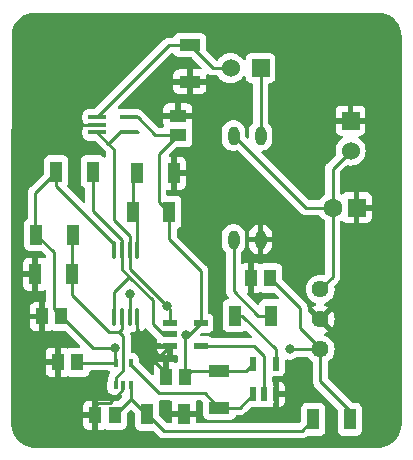
<source format=gbr>
%TF.GenerationSoftware,KiCad,Pcbnew,8.0.5*%
%TF.CreationDate,2024-10-12T22:57:12+02:00*%
%TF.ProjectId,SCS IMD-AMS Indicator,53435320-494d-4442-9d41-4d5320496e64,rev?*%
%TF.SameCoordinates,Original*%
%TF.FileFunction,Copper,L1,Top*%
%TF.FilePolarity,Positive*%
%FSLAX46Y46*%
G04 Gerber Fmt 4.6, Leading zero omitted, Abs format (unit mm)*
G04 Created by KiCad (PCBNEW 8.0.5) date 2024-10-12 22:57:12*
%MOMM*%
%LPD*%
G01*
G04 APERTURE LIST*
G04 Aperture macros list*
%AMRoundRect*
0 Rectangle with rounded corners*
0 $1 Rounding radius*
0 $2 $3 $4 $5 $6 $7 $8 $9 X,Y pos of 4 corners*
0 Add a 4 corners polygon primitive as box body*
4,1,4,$2,$3,$4,$5,$6,$7,$8,$9,$2,$3,0*
0 Add four circle primitives for the rounded corners*
1,1,$1+$1,$2,$3*
1,1,$1+$1,$4,$5*
1,1,$1+$1,$6,$7*
1,1,$1+$1,$8,$9*
0 Add four rect primitives between the rounded corners*
20,1,$1+$1,$2,$3,$4,$5,0*
20,1,$1+$1,$4,$5,$6,$7,0*
20,1,$1+$1,$6,$7,$8,$9,0*
20,1,$1+$1,$8,$9,$2,$3,0*%
G04 Aperture macros list end*
%TA.AperFunction,SMDPad,CuDef*%
%ADD10RoundRect,0.100000X0.100000X-0.637500X0.100000X0.637500X-0.100000X0.637500X-0.100000X-0.637500X0*%
%TD*%
%TA.AperFunction,SMDPad,CuDef*%
%ADD11R,1.050000X1.800000*%
%TD*%
%TA.AperFunction,SMDPad,CuDef*%
%ADD12R,1.070000X1.470000*%
%TD*%
%TA.AperFunction,ComponentPad*%
%ADD13R,1.600000X1.600000*%
%TD*%
%TA.AperFunction,ComponentPad*%
%ADD14C,1.600000*%
%TD*%
%TA.AperFunction,SMDPad,CuDef*%
%ADD15O,0.950000X1.600000*%
%TD*%
%TA.AperFunction,SMDPad,CuDef*%
%ADD16R,1.150000X0.600000*%
%TD*%
%TA.AperFunction,SMDPad,CuDef*%
%ADD17R,0.600000X1.150000*%
%TD*%
%TA.AperFunction,SMDPad,CuDef*%
%ADD18R,1.800000X1.050000*%
%TD*%
%TA.AperFunction,ComponentPad*%
%ADD19R,1.530000X1.530000*%
%TD*%
%TA.AperFunction,ComponentPad*%
%ADD20C,1.530000*%
%TD*%
%TA.AperFunction,SMDPad,CuDef*%
%ADD21R,1.470000X1.070000*%
%TD*%
%TA.AperFunction,ComponentPad*%
%ADD22C,1.440000*%
%TD*%
%TA.AperFunction,SMDPad,CuDef*%
%ADD23RoundRect,0.100000X0.100000X-0.225000X0.100000X0.225000X-0.100000X0.225000X-0.100000X-0.225000X0*%
%TD*%
%TA.AperFunction,SMDPad,CuDef*%
%ADD24RoundRect,0.100000X-0.650000X-0.100000X0.650000X-0.100000X0.650000X0.100000X-0.650000X0.100000X0*%
%TD*%
%TA.AperFunction,ViaPad*%
%ADD25C,0.800000*%
%TD*%
%TA.AperFunction,Conductor*%
%ADD26C,0.250000*%
%TD*%
G04 APERTURE END LIST*
D10*
%TO.P,U2,1*%
%TO.N,/SCS_Compliance*%
X76520000Y-73805100D03*
%TO.P,U2,2,-*%
%TO.N,/0.75V*%
X77170000Y-73805100D03*
%TO.P,U2,3,+*%
%TO.N,/PCB_State_OK*%
X77820000Y-73805100D03*
%TO.P,U2,4,V-*%
%TO.N,GND*%
X78470000Y-73805100D03*
%TO.P,U2,5,+*%
%TO.N,/4.25V*%
X78470000Y-68080100D03*
%TO.P,U2,6,-*%
%TO.N,/PCB_State_OK*%
X77820000Y-68080100D03*
%TO.P,U2,7*%
%TO.N,/SCS_Compliance*%
X77170000Y-68080100D03*
%TO.P,U2,8,V+*%
%TO.N,+5V*%
X76520000Y-68080100D03*
%TD*%
D11*
%TO.P,R9,1*%
%TO.N,Net-(CP1--)*%
X79298200Y-82016600D03*
%TO.P,R9,2*%
%TO.N,GND*%
X82398200Y-82016600D03*
%TD*%
D12*
%TO.P,C7,1*%
%TO.N,GND*%
X74922800Y-82092800D03*
%TO.P,C7,2*%
%TO.N,Net-(CP1--)*%
X76562800Y-82092800D03*
%TD*%
D11*
%TO.P,R1,1*%
%TO.N,Net-(K1-+_CONTROL)*%
X89815000Y-73660000D03*
%TO.P,R1,2*%
%TO.N,Net-(G2-Pad4)*%
X86715000Y-73660000D03*
%TD*%
D13*
%TO.P,C1,1*%
%TO.N,GND*%
X97028000Y-64516000D03*
D14*
%TO.P,C1,2*%
%TO.N,+12V*%
X95028000Y-64516000D03*
%TD*%
D11*
%TO.P,R3,1*%
%TO.N,+5V*%
X71602000Y-61468000D03*
%TO.P,R3,2*%
%TO.N,/SCS_Compliance*%
X74702000Y-61468000D03*
%TD*%
D15*
%TO.P,K1,1,+_CONTROL*%
%TO.N,Net-(K1-+_CONTROL)*%
X86614000Y-67220000D03*
%TO.P,K1,2,-_CONTROL*%
%TO.N,GND*%
X88900000Y-67220000D03*
%TO.P,K1,3,LOAD_1*%
%TO.N,/LED_Power*%
X88900000Y-58420000D03*
%TO.P,K1,4,LOAD_2*%
%TO.N,+12V*%
X86614000Y-58420000D03*
%TD*%
D16*
%TO.P,G1,1*%
%TO.N,/PCB_State_OK*%
X81220000Y-74300000D03*
%TO.P,G1,2*%
%TO.N,/SCS_Compliance*%
X81220000Y-75250000D03*
%TO.P,G1,3,GND*%
%TO.N,GND*%
X81220000Y-76200000D03*
%TO.P,G1,4*%
%TO.N,Net-(G1-Pad4)*%
X83820000Y-76200000D03*
%TO.P,G1,5,VCC*%
%TO.N,+5V*%
X83820000Y-74300000D03*
%TD*%
D17*
%TO.P,G2,1*%
%TO.N,/Visible_check*%
X88280200Y-80319400D03*
%TO.P,G2,2*%
%TO.N,Net-(G1-Pad4)*%
X89230200Y-80319400D03*
%TO.P,G2,3,GND*%
%TO.N,GND*%
X90180200Y-80319400D03*
%TO.P,G2,4*%
%TO.N,Net-(G2-Pad4)*%
X90180200Y-77719400D03*
%TO.P,G2,5,VCC*%
%TO.N,+5V*%
X88280200Y-77719400D03*
%TD*%
D18*
%TO.P,R8,1*%
%TO.N,+5V*%
X85420200Y-78358400D03*
%TO.P,R8,2*%
%TO.N,/Visible_check*%
X85420200Y-81458400D03*
%TD*%
D19*
%TO.P,J1,1,1*%
%TO.N,/LED_Power*%
X88900000Y-52705000D03*
D20*
%TO.P,J1,2,2*%
%TO.N,/Raw_PCB_State_OK*%
X86360000Y-52705000D03*
%TD*%
D21*
%TO.P,C4,1*%
%TO.N,GND*%
X81889600Y-56736400D03*
%TO.P,C4,2*%
%TO.N,+5V*%
X81889600Y-58376400D03*
%TD*%
D11*
%TO.P,R5,1*%
%TO.N,GND*%
X69824000Y-70154800D03*
%TO.P,R5,2*%
%TO.N,/0.75V*%
X72924000Y-70154800D03*
%TD*%
D12*
%TO.P,C5,1*%
%TO.N,GND*%
X71747800Y-77622400D03*
%TO.P,C5,2*%
%TO.N,+5V*%
X73387800Y-77622400D03*
%TD*%
D11*
%TO.P,R4,1*%
%TO.N,/0.75V*%
X73000200Y-66802000D03*
%TO.P,R4,2*%
%TO.N,+5V*%
X69900200Y-66802000D03*
%TD*%
D12*
%TO.P,C3,1*%
%TO.N,GND*%
X70401600Y-73736200D03*
%TO.P,C3,2*%
%TO.N,+5V*%
X72041600Y-73736200D03*
%TD*%
D11*
%TO.P,R7,1*%
%TO.N,GND*%
X81560000Y-61595000D03*
%TO.P,R7,2*%
%TO.N,/4.25V*%
X78460000Y-61595000D03*
%TD*%
D12*
%TO.P,C2,1*%
%TO.N,GND*%
X88080000Y-70485000D03*
%TO.P,C2,2*%
%TO.N,+5V*%
X89720000Y-70485000D03*
%TD*%
D19*
%TO.P,J2,1,1*%
%TO.N,GND*%
X96520000Y-57150000D03*
D20*
%TO.P,J2,2,2*%
%TO.N,+12V*%
X96520000Y-59690000D03*
%TD*%
D11*
%TO.P,R10,1*%
%TO.N,+5V*%
X96469800Y-82448400D03*
%TO.P,R10,2*%
%TO.N,Net-(CP1--)*%
X93369800Y-82448400D03*
%TD*%
D18*
%TO.P,R2,1*%
%TO.N,/Raw_PCB_State_OK*%
X82905600Y-50748600D03*
%TO.P,R2,2*%
%TO.N,GND*%
X82905600Y-53848600D03*
%TD*%
D11*
%TO.P,R6,1*%
%TO.N,/4.25V*%
X78079000Y-64897000D03*
%TO.P,R6,2*%
%TO.N,+5V*%
X81179000Y-64897000D03*
%TD*%
D12*
%TO.P,C6,1*%
%TO.N,GND*%
X80891800Y-78841600D03*
%TO.P,C6,2*%
%TO.N,+5V*%
X82531800Y-78841600D03*
%TD*%
D22*
%TO.P,U3,1,+VIN*%
%TO.N,+12V*%
X93948000Y-71435500D03*
%TO.P,U3,2,GND*%
%TO.N,GND*%
X93948000Y-73975500D03*
%TO.P,U3,3,+VOUT*%
%TO.N,+5V*%
X93948000Y-76515500D03*
%TD*%
D23*
%TO.P,CP1,1,+*%
%TO.N,/0.75V*%
X76631800Y-79573200D03*
%TO.P,CP1,2,V-*%
%TO.N,GND*%
X77281800Y-79573200D03*
%TO.P,CP1,3,-*%
%TO.N,Net-(CP1--)*%
X77931800Y-79573200D03*
%TO.P,CP1,4*%
%TO.N,/Visible_check*%
X77931800Y-77673200D03*
%TO.P,CP1,5,V+*%
%TO.N,+5V*%
X76631800Y-77673200D03*
%TD*%
D24*
%TO.P,U1,1,+*%
%TO.N,/Raw_PCB_State_OK*%
X75073200Y-56855600D03*
%TO.P,U1,2,V-*%
%TO.N,GND*%
X75073200Y-57505600D03*
%TO.P,U1,3,-*%
%TO.N,/PCB_State_OK*%
X75073200Y-58155600D03*
%TO.P,U1,4*%
X77733200Y-58155600D03*
%TO.P,U1,5,V+*%
%TO.N,+5V*%
X77733200Y-56855600D03*
%TD*%
D25*
%TO.N,+5V*%
X76555600Y-76403200D03*
X82600800Y-75311000D03*
X91363800Y-76504800D03*
%TO.N,GND*%
X75006200Y-79298800D03*
X79603600Y-77241400D03*
%TO.N,/PCB_State_OK*%
X80947898Y-72874502D03*
X77825600Y-71856600D03*
%TD*%
D26*
%TO.N,+5V*%
X80290000Y-59944600D02*
X81889600Y-58376400D01*
X80290000Y-59944000D02*
X80290000Y-59944600D01*
X81179000Y-64897000D02*
X80290000Y-64008000D01*
X80290000Y-64008000D02*
X80290000Y-59944000D01*
X78483199Y-56855600D02*
X80003999Y-58376400D01*
X77733200Y-56855600D02*
X78483199Y-56855600D01*
X80003999Y-58376400D02*
X81889600Y-58376400D01*
%TO.N,/Raw_PCB_State_OK*%
X75073200Y-56855600D02*
X81180200Y-50748600D01*
%TO.N,GND*%
X75073200Y-57505600D02*
X73253600Y-57505600D01*
X73253600Y-57505600D02*
X73152000Y-57404000D01*
%TO.N,/PCB_State_OK*%
X76972400Y-58155600D02*
X77733200Y-58155600D01*
X76022800Y-59105200D02*
X76972400Y-58155600D01*
X76022800Y-59105200D02*
X75073200Y-58155600D01*
X76454000Y-59536400D02*
X76022800Y-59105200D01*
X76454000Y-65532000D02*
X76454000Y-59536400D01*
X77820000Y-66898000D02*
X76454000Y-65532000D01*
X77820000Y-68080100D02*
X77820000Y-66898000D01*
%TO.N,+5V*%
X93948000Y-76515500D02*
X93948000Y-79215400D01*
X74708600Y-76403200D02*
X72041600Y-73736200D01*
X85420200Y-78358400D02*
X83015000Y-78358400D01*
X76555600Y-76403200D02*
X74708600Y-76403200D01*
X71374000Y-73068600D02*
X72041600Y-73736200D01*
X71374000Y-68275800D02*
X71374000Y-73068600D01*
X69900200Y-66802000D02*
X71374000Y-68275800D01*
X76631800Y-77673200D02*
X73438600Y-77673200D01*
X71602000Y-62686600D02*
X76495000Y-67579600D01*
X83015000Y-78358400D02*
X82531800Y-78841600D01*
X85420200Y-78358400D02*
X87641200Y-78358400D01*
X82531800Y-75380000D02*
X82531800Y-78841600D01*
X92252800Y-73017800D02*
X89720000Y-70485000D01*
X69824000Y-63246000D02*
X71602000Y-61468000D01*
X76555600Y-76403200D02*
X76555600Y-77597000D01*
X92252800Y-74726800D02*
X92252800Y-73017800D01*
X69824000Y-66725800D02*
X69824000Y-63246000D01*
X83820000Y-69850000D02*
X83820000Y-74300000D01*
X81179000Y-67209000D02*
X83820000Y-69850000D01*
X82600800Y-75311000D02*
X82531800Y-75380000D01*
X91363800Y-76504800D02*
X91374500Y-76515500D01*
X82600800Y-75311000D02*
X82785800Y-75496000D01*
X82809000Y-75311000D02*
X83820000Y-74300000D01*
X85241800Y-78536800D02*
X85420200Y-78358400D01*
X69900200Y-66802000D02*
X69824000Y-66725800D01*
X81179000Y-64897000D02*
X81179000Y-67209000D01*
X93948000Y-76515500D02*
X93948000Y-76422000D01*
X76495000Y-67579600D02*
X76495000Y-68003500D01*
X73438600Y-77673200D02*
X73387800Y-77622400D01*
X82600800Y-75311000D02*
X82809000Y-75311000D01*
X76555600Y-77597000D02*
X76631800Y-77673200D01*
%TO.N,/PCB_State_OK*%
X77733200Y-58155600D02*
X78501000Y-58155600D01*
%TO.N,+5V*%
X71602000Y-61468000D02*
X71602000Y-62686600D01*
X91374500Y-76515500D02*
X93948000Y-76515500D01*
X87641200Y-78358400D02*
X88280200Y-77719400D01*
X93948000Y-76422000D02*
X92252800Y-74726800D01*
X93948000Y-79215400D02*
X96520600Y-81788000D01*
%TO.N,Net-(CP1--)*%
X92404600Y-83413600D02*
X93369800Y-82448400D01*
X76562800Y-82092800D02*
X77931800Y-80723800D01*
X77931800Y-80723800D02*
X77931800Y-79573200D01*
X79298200Y-82016600D02*
X80695200Y-83413600D01*
X79298200Y-82016600D02*
X79224600Y-82016600D01*
X79224600Y-82016600D02*
X77931800Y-80723800D01*
X80695200Y-83413600D02*
X92404600Y-83413600D01*
%TO.N,GND*%
X75209400Y-81026000D02*
X74922800Y-81312600D01*
X80178600Y-77241400D02*
X81220000Y-76200000D01*
X77281800Y-79898199D02*
X76153999Y-81026000D01*
X77281800Y-79573200D02*
X77281800Y-79898199D01*
X79603600Y-77241400D02*
X79603600Y-76631800D01*
X78470000Y-75498200D02*
X78470000Y-73805100D01*
X74922800Y-81312600D02*
X74922800Y-82092800D01*
X80891800Y-78841600D02*
X80891800Y-78529600D01*
X76153999Y-81026000D02*
X75209400Y-81026000D01*
X81220000Y-78513400D02*
X80891800Y-78841600D01*
X80891800Y-78529600D02*
X79603600Y-77241400D01*
X79603600Y-76631800D02*
X78470000Y-75498200D01*
X79603600Y-77241400D02*
X80178600Y-77241400D01*
%TO.N,/Visible_check*%
X80289400Y-80213200D02*
X84175000Y-80213200D01*
X77931800Y-77673200D02*
X77931800Y-77855600D01*
X87141200Y-81458400D02*
X88280200Y-80319400D01*
X77931800Y-77855600D02*
X80289400Y-80213200D01*
X85420200Y-81458400D02*
X87141200Y-81458400D01*
X84175000Y-80213200D02*
X85420200Y-81458400D01*
%TO.N,+12V*%
X94996000Y-64484000D02*
X94996000Y-61214000D01*
X92710000Y-64516000D02*
X95028000Y-64516000D01*
X94996000Y-64548000D02*
X95028000Y-64516000D01*
X86614000Y-58420000D02*
X92710000Y-64516000D01*
X95028000Y-64516000D02*
X94996000Y-64484000D01*
X94996000Y-61214000D02*
X96520000Y-59690000D01*
X93948000Y-71435500D02*
X94996000Y-70387500D01*
X94996000Y-70387500D02*
X94996000Y-64548000D01*
%TO.N,Net-(G1-Pad4)*%
X88366600Y-76200000D02*
X89230200Y-77063600D01*
X83820000Y-76200000D02*
X88366600Y-76200000D01*
X89230200Y-77063600D02*
X89230200Y-80319400D01*
%TO.N,/LED_Power*%
X88900000Y-52705000D02*
X88900000Y-58420000D01*
%TO.N,Net-(K1-+_CONTROL)*%
X88683300Y-73660000D02*
X86614000Y-71590700D01*
X86614000Y-71590700D02*
X86614000Y-67220000D01*
X89815000Y-73660000D02*
X88683300Y-73660000D01*
%TO.N,/0.75V*%
X77170000Y-74823600D02*
X77170000Y-73805100D01*
X76631800Y-79573200D02*
X76631800Y-78917800D01*
X76098400Y-75057000D02*
X76936600Y-75057000D01*
X77280600Y-78269000D02*
X77280600Y-75401000D01*
X72924000Y-71882600D02*
X76098400Y-75057000D01*
X77280600Y-75401000D02*
X76936600Y-75057000D01*
X72924000Y-70154800D02*
X72924000Y-71882600D01*
X76631800Y-78917800D02*
X77280600Y-78269000D01*
X73000200Y-66802000D02*
X72924000Y-66878200D01*
X76936600Y-75057000D02*
X77170000Y-74823600D01*
X72924000Y-66878200D02*
X72924000Y-70154800D01*
%TO.N,/4.25V*%
X78079000Y-61976000D02*
X78079000Y-64897000D01*
X78079000Y-64897000D02*
X78470000Y-65288000D01*
X78460000Y-61595000D02*
X78079000Y-61976000D01*
X78470000Y-65288000D02*
X78470000Y-68080100D01*
%TO.N,/PCB_State_OK*%
X80947898Y-72874502D02*
X81220000Y-73146604D01*
X81220000Y-73146604D02*
X81220000Y-74300000D01*
X77820000Y-69746604D02*
X77820000Y-68080100D01*
X77820000Y-71862200D02*
X77820000Y-73805100D01*
X75073200Y-58155600D02*
X75073200Y-58156800D01*
X77825600Y-71856600D02*
X77820000Y-71862200D01*
X80947898Y-72874502D02*
X77820000Y-69746604D01*
%TO.N,/SCS_Compliance*%
X77145000Y-69728200D02*
X77774800Y-70358000D01*
X76520000Y-71633000D02*
X76520000Y-73805100D01*
X77795000Y-70358000D02*
X79756000Y-72319000D01*
X77774800Y-70358000D02*
X77795000Y-70358000D01*
X74702000Y-61468000D02*
X74702000Y-64823001D01*
X77145000Y-67266001D02*
X77145000Y-69728200D01*
X80628406Y-75250000D02*
X81220000Y-75250000D01*
X77795000Y-70358000D02*
X76520000Y-71633000D01*
X79756000Y-72319000D02*
X79756000Y-74377594D01*
X74702000Y-64823001D02*
X77145000Y-67266001D01*
X79756000Y-74377594D02*
X80628406Y-75250000D01*
%TO.N,Net-(G2-Pad4)*%
X90180200Y-77719400D02*
X90180200Y-76515000D01*
X90180200Y-76515000D02*
X87325200Y-73660000D01*
X87325200Y-73660000D02*
X86715000Y-73660000D01*
%TO.N,/Raw_PCB_State_OK*%
X86360000Y-52705000D02*
X84862000Y-52705000D01*
X84862000Y-52705000D02*
X82905600Y-50748600D01*
X82905600Y-50748600D02*
X81180200Y-50748600D01*
%TD*%
%TA.AperFunction,Conductor*%
%TO.N,GND*%
G36*
X78634718Y-74730270D02*
G01*
X78667471Y-74791987D01*
X78670000Y-74816902D01*
X78670000Y-75034610D01*
X78670001Y-75034611D01*
X78726627Y-75027157D01*
X78726633Y-75027155D01*
X78872585Y-74966700D01*
X78997926Y-74870523D01*
X79071737Y-74774331D01*
X79128165Y-74733128D01*
X79197911Y-74728973D01*
X79258831Y-74763185D01*
X79265909Y-74771921D01*
X79266278Y-74771619D01*
X79270139Y-74776323D01*
X79270142Y-74776327D01*
X79357267Y-74863452D01*
X79357269Y-74863453D01*
X79364335Y-74870519D01*
X79364334Y-74870519D01*
X79364338Y-74870522D01*
X80131602Y-75637787D01*
X80160065Y-75682032D01*
X80160157Y-75682278D01*
X80165202Y-75751965D01*
X80160196Y-75769044D01*
X80151402Y-75792623D01*
X80151401Y-75792624D01*
X80145000Y-75852155D01*
X80145000Y-75950000D01*
X80302893Y-75950000D01*
X80369932Y-75969685D01*
X80377204Y-75974733D01*
X80402668Y-75993795D01*
X80402671Y-75993797D01*
X80537517Y-76044091D01*
X80537516Y-76044091D01*
X80544444Y-76044835D01*
X80597127Y-76050500D01*
X81346001Y-76050499D01*
X81413039Y-76070183D01*
X81458794Y-76122987D01*
X81470000Y-76174499D01*
X81470000Y-77000000D01*
X81782300Y-77000000D01*
X81849339Y-77019685D01*
X81895094Y-77072489D01*
X81906300Y-77124000D01*
X81906300Y-77520079D01*
X81886615Y-77587118D01*
X81833811Y-77632873D01*
X81825632Y-77636261D01*
X81754417Y-77662822D01*
X81684726Y-77667806D01*
X81667752Y-77662822D01*
X81534180Y-77613003D01*
X81534172Y-77613001D01*
X81474644Y-77606600D01*
X81141800Y-77606600D01*
X81141800Y-78967600D01*
X81122115Y-79034639D01*
X81069311Y-79080394D01*
X81017800Y-79091600D01*
X80765800Y-79091600D01*
X80698761Y-79071915D01*
X80653006Y-79019111D01*
X80641800Y-78967600D01*
X80641800Y-77606600D01*
X80308955Y-77606600D01*
X80249427Y-77613001D01*
X80249420Y-77613003D01*
X80114713Y-77663245D01*
X80114706Y-77663249D01*
X79999612Y-77749409D01*
X79999609Y-77749412D01*
X79913449Y-77864506D01*
X79913445Y-77864513D01*
X79863203Y-77999220D01*
X79863201Y-77999227D01*
X79856800Y-78058755D01*
X79856800Y-78596648D01*
X79837115Y-78663687D01*
X79784311Y-78709442D01*
X79715153Y-78719386D01*
X79651597Y-78690361D01*
X79645119Y-78684329D01*
X78668618Y-77707828D01*
X78635133Y-77646505D01*
X78632299Y-77620147D01*
X78632299Y-77408836D01*
X78616846Y-77291446D01*
X78616844Y-77291441D01*
X78616844Y-77291438D01*
X78556336Y-77145359D01*
X78460082Y-77019918D01*
X78334641Y-76923664D01*
X78188562Y-76863156D01*
X78188560Y-76863155D01*
X78071170Y-76847701D01*
X78071167Y-76847700D01*
X78071161Y-76847700D01*
X78071154Y-76847700D01*
X78030100Y-76847700D01*
X77963061Y-76828015D01*
X77917306Y-76775211D01*
X77906100Y-76723700D01*
X77906100Y-76547844D01*
X80145000Y-76547844D01*
X80151401Y-76607372D01*
X80151403Y-76607379D01*
X80201645Y-76742086D01*
X80201649Y-76742093D01*
X80287809Y-76857187D01*
X80287812Y-76857190D01*
X80402906Y-76943350D01*
X80402913Y-76943354D01*
X80537620Y-76993596D01*
X80537627Y-76993598D01*
X80597155Y-76999999D01*
X80597172Y-77000000D01*
X80970000Y-77000000D01*
X80970000Y-76450000D01*
X80145000Y-76450000D01*
X80145000Y-76547844D01*
X77906100Y-76547844D01*
X77906100Y-75339393D01*
X77900044Y-75308951D01*
X77896342Y-75290338D01*
X77882063Y-75218548D01*
X77878986Y-75211121D01*
X77871517Y-75141655D01*
X77902790Y-75079175D01*
X77962878Y-75043521D01*
X77977363Y-75040729D01*
X78076762Y-75027644D01*
X78098200Y-75018763D01*
X78167668Y-75011294D01*
X78193106Y-75018763D01*
X78213365Y-75027154D01*
X78213377Y-75027158D01*
X78269998Y-75034611D01*
X78270000Y-75034610D01*
X78270000Y-74992099D01*
X78289685Y-74925060D01*
X78318512Y-74893725D01*
X78348282Y-74870882D01*
X78444536Y-74745441D01*
X78444536Y-74745439D01*
X78447624Y-74741416D01*
X78504052Y-74700213D01*
X78573798Y-74696058D01*
X78634718Y-74730270D01*
G37*
%TD.AperFunction*%
%TA.AperFunction,Conductor*%
G36*
X81484572Y-51431331D02*
G01*
X81540505Y-51473203D01*
X81557419Y-51504176D01*
X81561803Y-51515929D01*
X81561806Y-51515935D01*
X81648052Y-51631144D01*
X81648055Y-51631147D01*
X81763264Y-51717393D01*
X81763271Y-51717397D01*
X81898117Y-51767691D01*
X81898116Y-51767691D01*
X81905044Y-51768435D01*
X81957727Y-51774100D01*
X82995146Y-51774099D01*
X83062185Y-51793783D01*
X83082827Y-51810418D01*
X83884328Y-52611919D01*
X83917813Y-52673242D01*
X83912829Y-52742934D01*
X83870957Y-52798867D01*
X83805493Y-52823284D01*
X83796647Y-52823600D01*
X83155600Y-52823600D01*
X83155600Y-53598600D01*
X84305600Y-53598600D01*
X84305600Y-53317495D01*
X84325285Y-53250456D01*
X84378089Y-53204701D01*
X84447247Y-53194757D01*
X84498488Y-53214392D01*
X84565714Y-53259311D01*
X84679548Y-53306463D01*
X84800388Y-53330499D01*
X84800392Y-53330500D01*
X84800393Y-53330500D01*
X84800394Y-53330500D01*
X85188539Y-53330500D01*
X85255578Y-53350185D01*
X85290112Y-53383374D01*
X85386868Y-53521555D01*
X85543445Y-53678132D01*
X85724833Y-53805142D01*
X85845572Y-53861443D01*
X85925513Y-53898720D01*
X85925515Y-53898720D01*
X85925520Y-53898723D01*
X86139409Y-53956035D01*
X86296974Y-53969820D01*
X86359998Y-53975334D01*
X86360000Y-53975334D01*
X86360002Y-53975334D01*
X86415276Y-53970498D01*
X86580591Y-53956035D01*
X86794480Y-53898723D01*
X86995167Y-53805142D01*
X87176555Y-53678132D01*
X87333132Y-53521555D01*
X87408928Y-53413307D01*
X87463501Y-53369685D01*
X87533000Y-53362491D01*
X87595355Y-53394013D01*
X87630769Y-53454243D01*
X87634500Y-53484430D01*
X87634500Y-53517868D01*
X87634501Y-53517876D01*
X87640908Y-53577483D01*
X87691202Y-53712328D01*
X87691206Y-53712335D01*
X87777452Y-53827544D01*
X87777455Y-53827547D01*
X87892664Y-53913793D01*
X87892671Y-53913797D01*
X87937618Y-53930561D01*
X88027517Y-53964091D01*
X88087127Y-53970500D01*
X88150500Y-53970499D01*
X88217538Y-53990183D01*
X88263294Y-54042986D01*
X88274500Y-54094499D01*
X88274500Y-57289572D01*
X88254815Y-57356611D01*
X88238181Y-57377253D01*
X88142282Y-57473151D01*
X88142279Y-57473155D01*
X88035521Y-57632929D01*
X88035520Y-57632931D01*
X87961989Y-57810452D01*
X87961986Y-57810464D01*
X87924500Y-57998917D01*
X87924500Y-58546548D01*
X87904815Y-58613587D01*
X87852011Y-58659342D01*
X87782853Y-58669286D01*
X87719297Y-58640261D01*
X87712819Y-58634229D01*
X87625819Y-58547229D01*
X87592334Y-58485906D01*
X87589500Y-58459548D01*
X87589500Y-57998919D01*
X87589499Y-57998917D01*
X87582320Y-57962827D01*
X87552012Y-57810457D01*
X87532795Y-57764062D01*
X87478479Y-57632931D01*
X87478478Y-57632929D01*
X87455853Y-57599069D01*
X87371720Y-57473155D01*
X87371717Y-57473151D01*
X87235848Y-57337282D01*
X87235844Y-57337279D01*
X87076070Y-57230521D01*
X87076068Y-57230520D01*
X86898547Y-57156989D01*
X86898535Y-57156986D01*
X86710081Y-57119500D01*
X86710078Y-57119500D01*
X86517922Y-57119500D01*
X86517919Y-57119500D01*
X86329464Y-57156986D01*
X86329452Y-57156989D01*
X86151931Y-57230520D01*
X86151929Y-57230521D01*
X85992155Y-57337279D01*
X85992151Y-57337282D01*
X85856282Y-57473151D01*
X85856279Y-57473155D01*
X85749521Y-57632929D01*
X85749520Y-57632931D01*
X85675989Y-57810452D01*
X85675986Y-57810464D01*
X85638500Y-57998917D01*
X85638500Y-58841082D01*
X85675986Y-59029535D01*
X85675989Y-59029547D01*
X85749520Y-59207068D01*
X85749521Y-59207070D01*
X85856279Y-59366844D01*
X85856282Y-59366848D01*
X85992151Y-59502717D01*
X85992155Y-59502720D01*
X86151927Y-59609477D01*
X86151928Y-59609477D01*
X86151929Y-59609478D01*
X86151931Y-59609479D01*
X86263073Y-59655515D01*
X86329457Y-59683012D01*
X86483817Y-59713716D01*
X86517917Y-59720499D01*
X86517920Y-59720500D01*
X86517922Y-59720500D01*
X86710080Y-59720500D01*
X86710081Y-59720499D01*
X86898543Y-59683012D01*
X86898550Y-59683008D01*
X86899439Y-59682740D01*
X86899935Y-59682735D01*
X86904518Y-59681824D01*
X86904690Y-59682692D01*
X86969306Y-59682110D01*
X87023126Y-59713716D01*
X92221016Y-64911606D01*
X92221045Y-64911637D01*
X92311264Y-65001856D01*
X92311267Y-65001858D01*
X92359157Y-65033857D01*
X92413715Y-65070312D01*
X92480396Y-65097931D01*
X92480398Y-65097933D01*
X92520640Y-65114601D01*
X92527548Y-65117463D01*
X92587971Y-65129481D01*
X92648393Y-65141500D01*
X92648394Y-65141500D01*
X93813812Y-65141500D01*
X93880851Y-65161185D01*
X93915387Y-65194377D01*
X94027954Y-65355141D01*
X94188857Y-65516044D01*
X94188860Y-65516046D01*
X94188861Y-65516047D01*
X94317623Y-65606206D01*
X94361248Y-65660781D01*
X94370500Y-65707780D01*
X94370500Y-70077046D01*
X94350815Y-70144085D01*
X94334180Y-70164728D01*
X94297500Y-70201407D01*
X94236176Y-70234892D01*
X94177731Y-70233501D01*
X94160754Y-70228952D01*
X94160741Y-70228950D01*
X93948002Y-70210338D01*
X93947998Y-70210338D01*
X93735258Y-70228950D01*
X93735247Y-70228952D01*
X93528977Y-70284221D01*
X93528968Y-70284225D01*
X93335421Y-70374477D01*
X93160478Y-70496972D01*
X93009472Y-70647978D01*
X92886977Y-70822921D01*
X92796725Y-71016468D01*
X92796721Y-71016477D01*
X92741452Y-71222747D01*
X92741450Y-71222758D01*
X92722838Y-71435498D01*
X92722838Y-71435501D01*
X92741450Y-71648241D01*
X92741452Y-71648252D01*
X92796721Y-71854522D01*
X92796723Y-71854526D01*
X92796724Y-71854530D01*
X92811858Y-71886985D01*
X92886977Y-72048078D01*
X92886978Y-72048080D01*
X92886979Y-72048081D01*
X92898861Y-72065050D01*
X93009472Y-72223021D01*
X93160478Y-72374027D01*
X93165010Y-72377200D01*
X93335419Y-72496521D01*
X93335421Y-72496522D01*
X93335420Y-72496522D01*
X93380775Y-72517671D01*
X93528970Y-72586776D01*
X93528983Y-72586779D01*
X93534064Y-72588630D01*
X93533390Y-72590478D01*
X93585680Y-72622357D01*
X93616204Y-72685207D01*
X93607903Y-72754582D01*
X93563413Y-72808456D01*
X93533904Y-72821932D01*
X93534236Y-72822842D01*
X93529140Y-72824697D01*
X93335671Y-72914912D01*
X93335669Y-72914913D01*
X93279969Y-72953915D01*
X93279968Y-72953915D01*
X93843085Y-73517031D01*
X93766587Y-73537529D01*
X93659413Y-73599406D01*
X93571906Y-73686913D01*
X93510029Y-73794087D01*
X93489531Y-73870584D01*
X92914619Y-73295672D01*
X92881134Y-73234349D01*
X92878300Y-73207991D01*
X92878300Y-72956196D01*
X92878300Y-72956194D01*
X92854263Y-72835348D01*
X92840452Y-72802007D01*
X92807112Y-72721514D01*
X92766451Y-72660662D01*
X92738658Y-72619067D01*
X92738656Y-72619064D01*
X92648437Y-72528845D01*
X92648406Y-72528816D01*
X90791818Y-70672228D01*
X90758333Y-70610905D01*
X90755499Y-70584547D01*
X90755499Y-69702129D01*
X90755498Y-69702123D01*
X90749091Y-69642516D01*
X90698797Y-69507671D01*
X90698793Y-69507664D01*
X90612547Y-69392455D01*
X90612544Y-69392452D01*
X90497335Y-69306206D01*
X90497328Y-69306202D01*
X90362482Y-69255908D01*
X90362483Y-69255908D01*
X90302883Y-69249501D01*
X90302881Y-69249500D01*
X90302873Y-69249500D01*
X90302864Y-69249500D01*
X89137129Y-69249500D01*
X89137123Y-69249501D01*
X89077515Y-69255909D01*
X88942617Y-69306222D01*
X88872926Y-69311206D01*
X88855952Y-69306222D01*
X88722380Y-69256403D01*
X88722372Y-69256401D01*
X88662844Y-69250000D01*
X88330000Y-69250000D01*
X88330000Y-71720000D01*
X88662828Y-71720000D01*
X88662844Y-71719999D01*
X88722372Y-71713598D01*
X88722376Y-71713597D01*
X88855951Y-71663776D01*
X88925642Y-71658792D01*
X88942619Y-71663776D01*
X88942665Y-71663793D01*
X88942669Y-71663796D01*
X89077517Y-71714091D01*
X89137127Y-71720500D01*
X90019547Y-71720499D01*
X90086586Y-71740183D01*
X90107228Y-71756818D01*
X90398229Y-72047819D01*
X90431714Y-72109142D01*
X90426730Y-72178834D01*
X90384858Y-72234767D01*
X90319394Y-72259184D01*
X90310548Y-72259500D01*
X89242129Y-72259500D01*
X89242123Y-72259501D01*
X89182516Y-72265908D01*
X89047671Y-72316202D01*
X89047664Y-72316206D01*
X88932455Y-72402452D01*
X88932452Y-72402455D01*
X88846206Y-72517664D01*
X88846202Y-72517671D01*
X88799361Y-72643260D01*
X88757490Y-72699194D01*
X88692025Y-72723611D01*
X88623752Y-72708759D01*
X88595498Y-72687608D01*
X87816626Y-71908736D01*
X87783141Y-71847413D01*
X87788125Y-71777721D01*
X87816626Y-71733374D01*
X87830000Y-71720000D01*
X87830000Y-69250000D01*
X87497155Y-69250000D01*
X87437627Y-69256401D01*
X87437619Y-69256403D01*
X87406833Y-69267886D01*
X87337141Y-69272870D01*
X87275818Y-69239385D01*
X87242334Y-69178061D01*
X87239500Y-69151704D01*
X87239500Y-68350427D01*
X87259185Y-68283388D01*
X87275814Y-68262750D01*
X87371720Y-68166845D01*
X87478477Y-68007073D01*
X87552012Y-67829543D01*
X87589500Y-67641078D01*
X87589500Y-67641033D01*
X87925000Y-67641033D01*
X87962466Y-67829389D01*
X87962468Y-67829397D01*
X88035964Y-68006833D01*
X88035969Y-68006842D01*
X88142667Y-68166526D01*
X88142670Y-68166530D01*
X88278469Y-68302329D01*
X88278473Y-68302332D01*
X88438157Y-68409030D01*
X88438167Y-68409035D01*
X88615599Y-68482530D01*
X88615606Y-68482533D01*
X88650000Y-68489373D01*
X88650000Y-68489372D01*
X89150000Y-68489372D01*
X89184393Y-68482533D01*
X89184400Y-68482530D01*
X89361832Y-68409035D01*
X89361842Y-68409030D01*
X89521526Y-68302332D01*
X89521530Y-68302329D01*
X89657329Y-68166530D01*
X89657332Y-68166526D01*
X89764030Y-68006842D01*
X89764035Y-68006833D01*
X89837531Y-67829397D01*
X89837533Y-67829389D01*
X89874999Y-67641033D01*
X89875000Y-67641030D01*
X89875000Y-67470000D01*
X89150000Y-67470000D01*
X89150000Y-68489372D01*
X88650000Y-68489372D01*
X88650000Y-67470000D01*
X87925000Y-67470000D01*
X87925000Y-67641033D01*
X87589500Y-67641033D01*
X87589500Y-66798966D01*
X87925000Y-66798966D01*
X87925000Y-66970000D01*
X88650000Y-66970000D01*
X89150000Y-66970000D01*
X89875000Y-66970000D01*
X89875000Y-66798970D01*
X89874999Y-66798966D01*
X89837533Y-66610610D01*
X89837531Y-66610602D01*
X89764035Y-66433166D01*
X89764030Y-66433157D01*
X89657332Y-66273473D01*
X89657329Y-66273469D01*
X89521530Y-66137670D01*
X89521526Y-66137667D01*
X89361842Y-66030969D01*
X89361833Y-66030964D01*
X89184397Y-65957468D01*
X89184389Y-65957466D01*
X89150000Y-65950625D01*
X89150000Y-66970000D01*
X88650000Y-66970000D01*
X88650000Y-65950625D01*
X88615610Y-65957466D01*
X88615602Y-65957468D01*
X88438166Y-66030964D01*
X88438157Y-66030969D01*
X88278473Y-66137667D01*
X88278469Y-66137670D01*
X88142670Y-66273469D01*
X88142667Y-66273473D01*
X88035969Y-66433157D01*
X88035964Y-66433166D01*
X87962468Y-66610602D01*
X87962466Y-66610610D01*
X87925000Y-66798966D01*
X87589500Y-66798966D01*
X87589500Y-66798922D01*
X87589500Y-66798919D01*
X87589499Y-66798917D01*
X87552042Y-66610610D01*
X87552012Y-66610457D01*
X87478576Y-66433166D01*
X87478479Y-66432931D01*
X87478478Y-66432929D01*
X87437059Y-66370942D01*
X87371720Y-66273155D01*
X87371717Y-66273151D01*
X87235848Y-66137282D01*
X87235844Y-66137279D01*
X87076070Y-66030521D01*
X87076068Y-66030520D01*
X86898547Y-65956989D01*
X86898535Y-65956986D01*
X86710081Y-65919500D01*
X86710078Y-65919500D01*
X86517922Y-65919500D01*
X86517919Y-65919500D01*
X86329464Y-65956986D01*
X86329452Y-65956989D01*
X86151931Y-66030520D01*
X86151929Y-66030521D01*
X85992155Y-66137279D01*
X85992151Y-66137282D01*
X85856282Y-66273151D01*
X85856279Y-66273155D01*
X85749521Y-66432929D01*
X85749520Y-66432931D01*
X85675989Y-66610452D01*
X85675986Y-66610464D01*
X85638500Y-66798917D01*
X85638500Y-67641082D01*
X85675986Y-67829535D01*
X85675989Y-67829547D01*
X85749520Y-68007068D01*
X85749521Y-68007070D01*
X85856278Y-68166843D01*
X85856279Y-68166844D01*
X85856280Y-68166845D01*
X85952182Y-68262747D01*
X85985666Y-68324068D01*
X85988500Y-68350427D01*
X85988500Y-71652311D01*
X86012535Y-71773144D01*
X86012540Y-71773161D01*
X86059685Y-71886981D01*
X86059687Y-71886985D01*
X86082655Y-71921357D01*
X86082656Y-71921359D01*
X86128141Y-71989432D01*
X86128144Y-71989436D01*
X86190083Y-72051375D01*
X86223568Y-72112698D01*
X86218584Y-72182390D01*
X86176712Y-72238323D01*
X86115657Y-72262345D01*
X86082520Y-72265907D01*
X85947671Y-72316202D01*
X85947664Y-72316206D01*
X85832455Y-72402452D01*
X85832452Y-72402455D01*
X85746206Y-72517664D01*
X85746202Y-72517671D01*
X85695908Y-72652517D01*
X85689501Y-72712116D01*
X85689500Y-72712135D01*
X85689500Y-74607870D01*
X85689501Y-74607876D01*
X85695908Y-74667483D01*
X85746202Y-74802328D01*
X85746206Y-74802335D01*
X85832452Y-74917544D01*
X85832455Y-74917547D01*
X85947664Y-75003793D01*
X85947671Y-75003797D01*
X86082517Y-75054091D01*
X86082516Y-75054091D01*
X86089444Y-75054835D01*
X86142127Y-75060500D01*
X87287872Y-75060499D01*
X87347483Y-75054091D01*
X87482331Y-75003796D01*
X87525207Y-74971699D01*
X87569068Y-74938865D01*
X87634532Y-74914447D01*
X87702805Y-74929298D01*
X87731060Y-74950450D01*
X88143428Y-75362819D01*
X88176913Y-75424142D01*
X88171929Y-75493834D01*
X88130057Y-75549767D01*
X88064593Y-75574184D01*
X88055747Y-75574500D01*
X84835954Y-75574500D01*
X84768915Y-75554815D01*
X84759842Y-75547504D01*
X84759645Y-75547768D01*
X84637335Y-75456206D01*
X84637328Y-75456202D01*
X84502482Y-75405908D01*
X84502483Y-75405908D01*
X84442883Y-75399501D01*
X84442881Y-75399500D01*
X84442873Y-75399500D01*
X84442865Y-75399500D01*
X83904451Y-75399500D01*
X83837412Y-75379815D01*
X83791657Y-75327011D01*
X83781713Y-75257853D01*
X83810738Y-75194297D01*
X83816770Y-75187819D01*
X83867771Y-75136818D01*
X83929094Y-75103333D01*
X83955452Y-75100499D01*
X84442871Y-75100499D01*
X84442872Y-75100499D01*
X84502483Y-75094091D01*
X84637331Y-75043796D01*
X84752546Y-74957546D01*
X84838796Y-74842331D01*
X84889091Y-74707483D01*
X84895500Y-74647873D01*
X84895499Y-73952128D01*
X84889091Y-73892517D01*
X84838796Y-73757669D01*
X84838795Y-73757668D01*
X84838793Y-73757664D01*
X84752547Y-73642455D01*
X84752544Y-73642452D01*
X84637335Y-73556206D01*
X84637329Y-73556203D01*
X84526166Y-73514741D01*
X84470233Y-73472869D01*
X84445816Y-73407405D01*
X84445500Y-73398559D01*
X84445500Y-69788395D01*
X84445500Y-69788394D01*
X84439163Y-69756537D01*
X84421463Y-69667549D01*
X84421460Y-69667543D01*
X84421459Y-69667538D01*
X84374314Y-69553718D01*
X84374312Y-69553715D01*
X84374312Y-69553714D01*
X84340084Y-69502490D01*
X84305858Y-69451267D01*
X84305856Y-69451264D01*
X84215637Y-69361045D01*
X84215606Y-69361016D01*
X81840819Y-66986229D01*
X81807334Y-66924906D01*
X81804500Y-66898548D01*
X81804500Y-66379790D01*
X81824185Y-66312751D01*
X81876989Y-66266996D01*
X81885146Y-66263616D01*
X81946331Y-66240796D01*
X82061546Y-66154546D01*
X82147796Y-66039331D01*
X82198091Y-65904483D01*
X82204500Y-65844873D01*
X82204499Y-63949128D01*
X82198091Y-63889517D01*
X82147796Y-63754669D01*
X82147795Y-63754668D01*
X82147793Y-63754664D01*
X82061547Y-63639455D01*
X82061544Y-63639452D01*
X81946335Y-63553206D01*
X81946328Y-63553202D01*
X81811482Y-63502908D01*
X81811483Y-63502908D01*
X81751883Y-63496501D01*
X81751881Y-63496500D01*
X81751873Y-63496500D01*
X81751865Y-63496500D01*
X81039500Y-63496500D01*
X80972461Y-63476815D01*
X80926706Y-63424011D01*
X80915500Y-63372500D01*
X80915500Y-63119000D01*
X80935185Y-63051961D01*
X80987989Y-63006206D01*
X81039500Y-62995000D01*
X81310000Y-62995000D01*
X81810000Y-62995000D01*
X82132828Y-62995000D01*
X82132844Y-62994999D01*
X82192372Y-62988598D01*
X82192379Y-62988596D01*
X82327086Y-62938354D01*
X82327093Y-62938350D01*
X82442187Y-62852190D01*
X82442190Y-62852187D01*
X82528350Y-62737093D01*
X82528354Y-62737086D01*
X82578596Y-62602379D01*
X82578598Y-62602372D01*
X82584999Y-62542844D01*
X82585000Y-62542827D01*
X82585000Y-61845000D01*
X81810000Y-61845000D01*
X81810000Y-62995000D01*
X81310000Y-62995000D01*
X81310000Y-61345000D01*
X81810000Y-61345000D01*
X82585000Y-61345000D01*
X82585000Y-60647172D01*
X82584999Y-60647155D01*
X82578598Y-60587627D01*
X82578596Y-60587620D01*
X82528354Y-60452913D01*
X82528350Y-60452906D01*
X82442190Y-60337812D01*
X82442187Y-60337809D01*
X82327093Y-60251649D01*
X82327086Y-60251645D01*
X82192379Y-60201403D01*
X82192372Y-60201401D01*
X82132844Y-60195000D01*
X81810000Y-60195000D01*
X81810000Y-61345000D01*
X81310000Y-61345000D01*
X81310000Y-60195000D01*
X81231685Y-60195000D01*
X81164646Y-60175315D01*
X81118891Y-60122511D01*
X81108947Y-60053353D01*
X81137972Y-59989797D01*
X81144863Y-59982468D01*
X81690692Y-59447352D01*
X81752344Y-59414477D01*
X81777500Y-59411899D01*
X82672471Y-59411899D01*
X82672472Y-59411899D01*
X82732083Y-59405491D01*
X82866931Y-59355196D01*
X82982146Y-59268946D01*
X83068396Y-59153731D01*
X83118691Y-59018883D01*
X83125100Y-58959273D01*
X83125099Y-57793528D01*
X83118691Y-57733917D01*
X83068396Y-57599069D01*
X83068393Y-57599065D01*
X83068376Y-57599019D01*
X83063392Y-57529327D01*
X83068376Y-57512351D01*
X83118197Y-57378776D01*
X83118198Y-57378772D01*
X83124599Y-57319244D01*
X83124600Y-57319227D01*
X83124600Y-56986400D01*
X80654600Y-56986400D01*
X80654600Y-57319244D01*
X80661001Y-57378772D01*
X80661003Y-57378780D01*
X80710822Y-57512352D01*
X80715806Y-57582044D01*
X80710822Y-57599017D01*
X80684261Y-57670232D01*
X80642390Y-57726166D01*
X80576926Y-57750584D01*
X80568079Y-57750900D01*
X80314451Y-57750900D01*
X80247412Y-57731215D01*
X80226770Y-57714581D01*
X78973397Y-56461208D01*
X78973377Y-56461186D01*
X78881934Y-56369743D01*
X78860578Y-56355473D01*
X78818440Y-56327318D01*
X78818441Y-56327318D01*
X78818439Y-56327316D01*
X78774421Y-56297904D01*
X78774500Y-56297785D01*
X78765070Y-56291705D01*
X78746714Y-56277620D01*
X78686041Y-56231064D01*
X78686037Y-56231062D01*
X78686036Y-56231061D01*
X78539965Y-56170557D01*
X78539960Y-56170555D01*
X78422570Y-56155101D01*
X78422567Y-56155100D01*
X78422561Y-56155100D01*
X78422554Y-56155100D01*
X77043843Y-56155100D01*
X76961998Y-56165874D01*
X76892963Y-56155106D01*
X76891216Y-56153555D01*
X80654600Y-56153555D01*
X80654600Y-56486400D01*
X81639600Y-56486400D01*
X82139600Y-56486400D01*
X83124600Y-56486400D01*
X83124600Y-56153572D01*
X83124599Y-56153555D01*
X83118198Y-56094027D01*
X83118196Y-56094020D01*
X83067954Y-55959313D01*
X83067950Y-55959306D01*
X82981790Y-55844212D01*
X82981787Y-55844209D01*
X82866693Y-55758049D01*
X82866686Y-55758045D01*
X82731979Y-55707803D01*
X82731972Y-55707801D01*
X82672444Y-55701400D01*
X82139600Y-55701400D01*
X82139600Y-56486400D01*
X81639600Y-56486400D01*
X81639600Y-55701400D01*
X81106755Y-55701400D01*
X81047227Y-55707801D01*
X81047220Y-55707803D01*
X80912513Y-55758045D01*
X80912506Y-55758049D01*
X80797412Y-55844209D01*
X80797409Y-55844212D01*
X80711249Y-55959306D01*
X80711245Y-55959313D01*
X80661003Y-56094020D01*
X80661001Y-56094027D01*
X80654600Y-56153555D01*
X76891216Y-56153555D01*
X76840709Y-56108725D01*
X76821825Y-56041455D01*
X76842307Y-55974655D01*
X76858130Y-55955259D01*
X78391945Y-54421444D01*
X81505600Y-54421444D01*
X81512001Y-54480972D01*
X81512003Y-54480979D01*
X81562245Y-54615686D01*
X81562249Y-54615693D01*
X81648409Y-54730787D01*
X81648412Y-54730790D01*
X81763506Y-54816950D01*
X81763513Y-54816954D01*
X81898220Y-54867196D01*
X81898227Y-54867198D01*
X81957755Y-54873599D01*
X81957772Y-54873600D01*
X82655600Y-54873600D01*
X83155600Y-54873600D01*
X83853428Y-54873600D01*
X83853444Y-54873599D01*
X83912972Y-54867198D01*
X83912979Y-54867196D01*
X84047686Y-54816954D01*
X84047693Y-54816950D01*
X84162787Y-54730790D01*
X84162790Y-54730787D01*
X84248950Y-54615693D01*
X84248954Y-54615686D01*
X84299196Y-54480979D01*
X84299198Y-54480972D01*
X84305599Y-54421444D01*
X84305600Y-54421427D01*
X84305600Y-54098600D01*
X83155600Y-54098600D01*
X83155600Y-54873600D01*
X82655600Y-54873600D01*
X82655600Y-54098600D01*
X81505600Y-54098600D01*
X81505600Y-54421444D01*
X78391945Y-54421444D01*
X79537634Y-53275755D01*
X81505600Y-53275755D01*
X81505600Y-53598600D01*
X82655600Y-53598600D01*
X82655600Y-52823600D01*
X81957755Y-52823600D01*
X81898227Y-52830001D01*
X81898220Y-52830003D01*
X81763513Y-52880245D01*
X81763506Y-52880249D01*
X81648412Y-52966409D01*
X81648409Y-52966412D01*
X81562249Y-53081506D01*
X81562245Y-53081513D01*
X81512003Y-53216220D01*
X81512001Y-53216227D01*
X81505600Y-53275755D01*
X79537634Y-53275755D01*
X81353559Y-51459830D01*
X81414880Y-51426347D01*
X81484572Y-51431331D01*
G37*
%TD.AperFunction*%
%TA.AperFunction,Conductor*%
G36*
X98839121Y-48006020D02*
G01*
X98973109Y-48008409D01*
X98988528Y-48009650D01*
X99254897Y-48047948D01*
X99272184Y-48051708D01*
X99529313Y-48127209D01*
X99545887Y-48133391D01*
X99655159Y-48183293D01*
X99789659Y-48244717D01*
X99805173Y-48253188D01*
X100030628Y-48398080D01*
X100044787Y-48408679D01*
X100247317Y-48584172D01*
X100259827Y-48596682D01*
X100435320Y-48799212D01*
X100445921Y-48813374D01*
X100590808Y-49038821D01*
X100599284Y-49054345D01*
X100710608Y-49298112D01*
X100716791Y-49314688D01*
X100792290Y-49571814D01*
X100796051Y-49589102D01*
X100834348Y-49855463D01*
X100835590Y-49870898D01*
X100837980Y-50004877D01*
X100838000Y-50007089D01*
X100838000Y-82834910D01*
X100837980Y-82837122D01*
X100835590Y-82971101D01*
X100834348Y-82986536D01*
X100796051Y-83252897D01*
X100792290Y-83270185D01*
X100716791Y-83527311D01*
X100710608Y-83543887D01*
X100599284Y-83787654D01*
X100590805Y-83803183D01*
X100445922Y-84028624D01*
X100435320Y-84042787D01*
X100259827Y-84245317D01*
X100247317Y-84257827D01*
X100044787Y-84433320D01*
X100030624Y-84443922D01*
X99805183Y-84588805D01*
X99789654Y-84597284D01*
X99545887Y-84708608D01*
X99529311Y-84714791D01*
X99272185Y-84790290D01*
X99254897Y-84794051D01*
X98988536Y-84832348D01*
X98973101Y-84833590D01*
X98842818Y-84835914D01*
X98839120Y-84835980D01*
X98836910Y-84836000D01*
X69800290Y-84836000D01*
X69798079Y-84835980D01*
X69794215Y-84835911D01*
X69664098Y-84833590D01*
X69648663Y-84832348D01*
X69382302Y-84794051D01*
X69365014Y-84790290D01*
X69107888Y-84714791D01*
X69091312Y-84708608D01*
X68847545Y-84597284D01*
X68832021Y-84588808D01*
X68606574Y-84443921D01*
X68592412Y-84433320D01*
X68389882Y-84257827D01*
X68377372Y-84245317D01*
X68201879Y-84042787D01*
X68191277Y-84028624D01*
X68046388Y-83803173D01*
X68037915Y-83787654D01*
X67926591Y-83543887D01*
X67920408Y-83527311D01*
X67871396Y-83360393D01*
X67844908Y-83270184D01*
X67841148Y-83252897D01*
X67831436Y-83185347D01*
X67802850Y-82986528D01*
X67801609Y-82971109D01*
X67799907Y-82875644D01*
X73887800Y-82875644D01*
X73894201Y-82935172D01*
X73894203Y-82935179D01*
X73944445Y-83069886D01*
X73944449Y-83069893D01*
X74030609Y-83184987D01*
X74030612Y-83184990D01*
X74145706Y-83271150D01*
X74145713Y-83271154D01*
X74280420Y-83321396D01*
X74280427Y-83321398D01*
X74339955Y-83327799D01*
X74339972Y-83327800D01*
X74672800Y-83327800D01*
X74672800Y-82342800D01*
X73887800Y-82342800D01*
X73887800Y-82875644D01*
X67799907Y-82875644D01*
X67799219Y-82837086D01*
X67799200Y-82834943D01*
X67800073Y-81309955D01*
X73887800Y-81309955D01*
X73887800Y-81842800D01*
X74672800Y-81842800D01*
X74672800Y-80857800D01*
X74339955Y-80857800D01*
X74280427Y-80864201D01*
X74280420Y-80864203D01*
X74145713Y-80914445D01*
X74145706Y-80914449D01*
X74030612Y-81000609D01*
X74030609Y-81000612D01*
X73944449Y-81115706D01*
X73944445Y-81115713D01*
X73894203Y-81250420D01*
X73894201Y-81250427D01*
X73887800Y-81309955D01*
X67800073Y-81309955D01*
X67801736Y-78405244D01*
X70712800Y-78405244D01*
X70719201Y-78464772D01*
X70719203Y-78464779D01*
X70769445Y-78599486D01*
X70769449Y-78599493D01*
X70855609Y-78714587D01*
X70855612Y-78714590D01*
X70970706Y-78800750D01*
X70970713Y-78800754D01*
X71105420Y-78850996D01*
X71105427Y-78850998D01*
X71164955Y-78857399D01*
X71164972Y-78857400D01*
X71497800Y-78857400D01*
X71497800Y-77872400D01*
X70712800Y-77872400D01*
X70712800Y-78405244D01*
X67801736Y-78405244D01*
X67802633Y-76839555D01*
X70712800Y-76839555D01*
X70712800Y-77372400D01*
X71497800Y-77372400D01*
X71497800Y-76387400D01*
X71164955Y-76387400D01*
X71105427Y-76393801D01*
X71105420Y-76393803D01*
X70970713Y-76444045D01*
X70970706Y-76444049D01*
X70855612Y-76530209D01*
X70855609Y-76530212D01*
X70769449Y-76645306D01*
X70769445Y-76645313D01*
X70719203Y-76780020D01*
X70719201Y-76780027D01*
X70712800Y-76839555D01*
X67802633Y-76839555D01*
X67803962Y-74519044D01*
X69366600Y-74519044D01*
X69373001Y-74578572D01*
X69373003Y-74578579D01*
X69423245Y-74713286D01*
X69423249Y-74713293D01*
X69509409Y-74828387D01*
X69509412Y-74828390D01*
X69624506Y-74914550D01*
X69624513Y-74914554D01*
X69759220Y-74964796D01*
X69759227Y-74964798D01*
X69818755Y-74971199D01*
X69818772Y-74971200D01*
X70151600Y-74971200D01*
X70151600Y-73986200D01*
X69366600Y-73986200D01*
X69366600Y-74519044D01*
X67803962Y-74519044D01*
X67804858Y-72953355D01*
X69366600Y-72953355D01*
X69366600Y-73486200D01*
X70151600Y-73486200D01*
X70151600Y-72501200D01*
X69818755Y-72501200D01*
X69759227Y-72507601D01*
X69759220Y-72507603D01*
X69624513Y-72557845D01*
X69624506Y-72557849D01*
X69509412Y-72644009D01*
X69509409Y-72644012D01*
X69423249Y-72759106D01*
X69423245Y-72759113D01*
X69373003Y-72893820D01*
X69373001Y-72893827D01*
X69366600Y-72953355D01*
X67804858Y-72953355D01*
X67805918Y-71102644D01*
X68799000Y-71102644D01*
X68805401Y-71162172D01*
X68805403Y-71162179D01*
X68855645Y-71296886D01*
X68855649Y-71296893D01*
X68941809Y-71411987D01*
X68941812Y-71411990D01*
X69056906Y-71498150D01*
X69056913Y-71498154D01*
X69191620Y-71548396D01*
X69191627Y-71548398D01*
X69251155Y-71554799D01*
X69251172Y-71554800D01*
X69574000Y-71554800D01*
X69574000Y-70404800D01*
X68799000Y-70404800D01*
X68799000Y-71102644D01*
X67805918Y-71102644D01*
X67807004Y-69206955D01*
X68799000Y-69206955D01*
X68799000Y-69904800D01*
X69574000Y-69904800D01*
X69574000Y-68754800D01*
X69251155Y-68754800D01*
X69191627Y-68761201D01*
X69191620Y-68761203D01*
X69056913Y-68811445D01*
X69056906Y-68811449D01*
X68941812Y-68897609D01*
X68941809Y-68897612D01*
X68855649Y-69012706D01*
X68855645Y-69012713D01*
X68805403Y-69147420D01*
X68805401Y-69147427D01*
X68799000Y-69206955D01*
X67807004Y-69206955D01*
X67808924Y-65854135D01*
X68874700Y-65854135D01*
X68874700Y-67749870D01*
X68874701Y-67749876D01*
X68881108Y-67809483D01*
X68931402Y-67944328D01*
X68931406Y-67944335D01*
X69017652Y-68059544D01*
X69017655Y-68059547D01*
X69132864Y-68145793D01*
X69132871Y-68145797D01*
X69267717Y-68196091D01*
X69267716Y-68196091D01*
X69274644Y-68196835D01*
X69327327Y-68202500D01*
X70364747Y-68202499D01*
X70431786Y-68222183D01*
X70452428Y-68238818D01*
X70712181Y-68498571D01*
X70745666Y-68559894D01*
X70748500Y-68586252D01*
X70748500Y-68691563D01*
X70728815Y-68758602D01*
X70676011Y-68804357D01*
X70606853Y-68814301D01*
X70581168Y-68807745D01*
X70456382Y-68761203D01*
X70456372Y-68761201D01*
X70396844Y-68754800D01*
X70074000Y-68754800D01*
X70074000Y-71554800D01*
X70396828Y-71554800D01*
X70396844Y-71554799D01*
X70456372Y-71548398D01*
X70456379Y-71548396D01*
X70581167Y-71501854D01*
X70650858Y-71496870D01*
X70712182Y-71530355D01*
X70745666Y-71591678D01*
X70748500Y-71618036D01*
X70748500Y-72377200D01*
X70728815Y-72444239D01*
X70676011Y-72489994D01*
X70659134Y-72493665D01*
X70651600Y-72501200D01*
X70651600Y-74971200D01*
X70984428Y-74971200D01*
X70984444Y-74971199D01*
X71043972Y-74964798D01*
X71043976Y-74964797D01*
X71177551Y-74914976D01*
X71247242Y-74909992D01*
X71264219Y-74914976D01*
X71264265Y-74914993D01*
X71264269Y-74914996D01*
X71399117Y-74965291D01*
X71458727Y-74971700D01*
X72341146Y-74971699D01*
X72408185Y-74991383D01*
X72428827Y-75008018D01*
X73596028Y-76175219D01*
X73629513Y-76236542D01*
X73624529Y-76306234D01*
X73582657Y-76362167D01*
X73517193Y-76386584D01*
X73508347Y-76386900D01*
X72804929Y-76386900D01*
X72804923Y-76386901D01*
X72745315Y-76393309D01*
X72610417Y-76443622D01*
X72540726Y-76448606D01*
X72523752Y-76443622D01*
X72390180Y-76393803D01*
X72390172Y-76393801D01*
X72330644Y-76387400D01*
X71997800Y-76387400D01*
X71997800Y-78857400D01*
X72330628Y-78857400D01*
X72330644Y-78857399D01*
X72390172Y-78850998D01*
X72390176Y-78850997D01*
X72523751Y-78801176D01*
X72593442Y-78796192D01*
X72610419Y-78801176D01*
X72610465Y-78801193D01*
X72610469Y-78801196D01*
X72745317Y-78851491D01*
X72804927Y-78857900D01*
X73970672Y-78857899D01*
X74030283Y-78851491D01*
X74165131Y-78801196D01*
X74280346Y-78714946D01*
X74366596Y-78599731D01*
X74416891Y-78464883D01*
X74420433Y-78431939D01*
X74422852Y-78409444D01*
X74449590Y-78344893D01*
X74506983Y-78305045D01*
X74546141Y-78298700D01*
X76025220Y-78298700D01*
X76092259Y-78318385D01*
X76100707Y-78324325D01*
X76124880Y-78342874D01*
X76166083Y-78399302D01*
X76170237Y-78469048D01*
X76148443Y-78513412D01*
X76149326Y-78514002D01*
X76077490Y-78621508D01*
X76077489Y-78621510D01*
X76058343Y-78667731D01*
X76058344Y-78667732D01*
X76058344Y-78667733D01*
X76038788Y-78714947D01*
X76030337Y-78735349D01*
X76030335Y-78735356D01*
X76006300Y-78856189D01*
X76006300Y-79023020D01*
X75996861Y-79070472D01*
X75946757Y-79191434D01*
X75946755Y-79191439D01*
X75931300Y-79308838D01*
X75931300Y-79837563D01*
X75946753Y-79954953D01*
X75946756Y-79954962D01*
X75996860Y-80075925D01*
X76007264Y-80101041D01*
X76103518Y-80226482D01*
X76228959Y-80322736D01*
X76375038Y-80383244D01*
X76492439Y-80398700D01*
X76771160Y-80398699D01*
X76771161Y-80398699D01*
X76787249Y-80396581D01*
X76888562Y-80383244D01*
X76909998Y-80374364D01*
X76979465Y-80366893D01*
X77004905Y-80374363D01*
X77025167Y-80382755D01*
X77025165Y-80382755D01*
X77096717Y-80392175D01*
X77160613Y-80420441D01*
X77199085Y-80478765D01*
X77199917Y-80548630D01*
X77168213Y-80602795D01*
X76950027Y-80820981D01*
X76888704Y-80854466D01*
X76862346Y-80857300D01*
X75979929Y-80857300D01*
X75979923Y-80857301D01*
X75920315Y-80863709D01*
X75785417Y-80914022D01*
X75715726Y-80919006D01*
X75698752Y-80914022D01*
X75565180Y-80864203D01*
X75565172Y-80864201D01*
X75505644Y-80857800D01*
X75172800Y-80857800D01*
X75172800Y-83327800D01*
X75505628Y-83327800D01*
X75505644Y-83327799D01*
X75565172Y-83321398D01*
X75565176Y-83321397D01*
X75698751Y-83271576D01*
X75768442Y-83266592D01*
X75785419Y-83271576D01*
X75785465Y-83271593D01*
X75785469Y-83271596D01*
X75920317Y-83321891D01*
X75979927Y-83328300D01*
X77145672Y-83328299D01*
X77205283Y-83321891D01*
X77340131Y-83271596D01*
X77455346Y-83185346D01*
X77541596Y-83070131D01*
X77591891Y-82935283D01*
X77598300Y-82875673D01*
X77598299Y-81993251D01*
X77617983Y-81926213D01*
X77634613Y-81905576D01*
X77844119Y-81696071D01*
X77905442Y-81662586D01*
X77975134Y-81667570D01*
X78019481Y-81696071D01*
X78236381Y-81912971D01*
X78269866Y-81974294D01*
X78272700Y-82000652D01*
X78272700Y-82964470D01*
X78272701Y-82964476D01*
X78279108Y-83024083D01*
X78329402Y-83158928D01*
X78329406Y-83158935D01*
X78415652Y-83274144D01*
X78415655Y-83274147D01*
X78530864Y-83360393D01*
X78530871Y-83360397D01*
X78665717Y-83410691D01*
X78665716Y-83410691D01*
X78672644Y-83411435D01*
X78725327Y-83417100D01*
X79762746Y-83417099D01*
X79829785Y-83436783D01*
X79850427Y-83453418D01*
X80209341Y-83812332D01*
X80209342Y-83812333D01*
X80282227Y-83885218D01*
X80296468Y-83899459D01*
X80398907Y-83967907D01*
X80398911Y-83967909D01*
X80398914Y-83967911D01*
X80512748Y-84015063D01*
X80573171Y-84027081D01*
X80633593Y-84039100D01*
X92466207Y-84039100D01*
X92526629Y-84027081D01*
X92587052Y-84015063D01*
X92587055Y-84015061D01*
X92587058Y-84015061D01*
X92620387Y-84001254D01*
X92620386Y-84001254D01*
X92620392Y-84001252D01*
X92700886Y-83967912D01*
X92752109Y-83933684D01*
X92803333Y-83899458D01*
X92817573Y-83885218D01*
X92878896Y-83851733D01*
X92905254Y-83848899D01*
X93942671Y-83848899D01*
X93942672Y-83848899D01*
X94002283Y-83842491D01*
X94137131Y-83792196D01*
X94252346Y-83705946D01*
X94338596Y-83590731D01*
X94388891Y-83455883D01*
X94395300Y-83396273D01*
X94395299Y-81500528D01*
X94388891Y-81440917D01*
X94372784Y-81397733D01*
X94338597Y-81306071D01*
X94338593Y-81306064D01*
X94252347Y-81190855D01*
X94252344Y-81190852D01*
X94137135Y-81104606D01*
X94137128Y-81104602D01*
X94002282Y-81054308D01*
X94002283Y-81054308D01*
X93942683Y-81047901D01*
X93942681Y-81047900D01*
X93942673Y-81047900D01*
X93942664Y-81047900D01*
X92796929Y-81047900D01*
X92796923Y-81047901D01*
X92737316Y-81054308D01*
X92602471Y-81104602D01*
X92602464Y-81104606D01*
X92487255Y-81190852D01*
X92487252Y-81190855D01*
X92401006Y-81306064D01*
X92401002Y-81306071D01*
X92350708Y-81440917D01*
X92344301Y-81500516D01*
X92344301Y-81500523D01*
X92344300Y-81500535D01*
X92344300Y-82537947D01*
X92324615Y-82604986D01*
X92307985Y-82625623D01*
X92181827Y-82751782D01*
X92120507Y-82785266D01*
X92094148Y-82788100D01*
X83547200Y-82788100D01*
X83480161Y-82768415D01*
X83434406Y-82715611D01*
X83423200Y-82664100D01*
X83423200Y-82266600D01*
X81373200Y-82266600D01*
X81373200Y-82664100D01*
X81353515Y-82731139D01*
X81300711Y-82776894D01*
X81249200Y-82788100D01*
X81005653Y-82788100D01*
X80938614Y-82768415D01*
X80917972Y-82751781D01*
X80360018Y-82193827D01*
X80326533Y-82132504D01*
X80323699Y-82106146D01*
X80323699Y-81068729D01*
X80323698Y-81068723D01*
X80317291Y-81009116D01*
X80316141Y-81006033D01*
X80315957Y-81003472D01*
X80315508Y-81001569D01*
X80315816Y-81001496D01*
X80311157Y-80936341D01*
X80344642Y-80875018D01*
X80405966Y-80841534D01*
X80432323Y-80838700D01*
X81264610Y-80838700D01*
X81331649Y-80858385D01*
X81377404Y-80911189D01*
X81387348Y-80980347D01*
X81380792Y-81006034D01*
X81379602Y-81009223D01*
X81379601Y-81009227D01*
X81373200Y-81068755D01*
X81373200Y-81766600D01*
X83423200Y-81766600D01*
X83423200Y-81068772D01*
X83423199Y-81068755D01*
X83416798Y-81009227D01*
X83416797Y-81009223D01*
X83415608Y-81006034D01*
X83415418Y-81003387D01*
X83415013Y-81001670D01*
X83415291Y-81001604D01*
X83410624Y-80936342D01*
X83444109Y-80875019D01*
X83505432Y-80841534D01*
X83531790Y-80838700D01*
X83864548Y-80838700D01*
X83931587Y-80858385D01*
X83952229Y-80875019D01*
X83983381Y-80906171D01*
X84016866Y-80967494D01*
X84019700Y-80993852D01*
X84019700Y-82031270D01*
X84019701Y-82031276D01*
X84026108Y-82090883D01*
X84076402Y-82225728D01*
X84076406Y-82225735D01*
X84162652Y-82340944D01*
X84162655Y-82340947D01*
X84277864Y-82427193D01*
X84277871Y-82427197D01*
X84412717Y-82477491D01*
X84412716Y-82477491D01*
X84419644Y-82478235D01*
X84472327Y-82483900D01*
X86368072Y-82483899D01*
X86427683Y-82477491D01*
X86562531Y-82427196D01*
X86677746Y-82340946D01*
X86763996Y-82225731D01*
X86770086Y-82209402D01*
X86786809Y-82164567D01*
X86828680Y-82108633D01*
X86894144Y-82084216D01*
X86902991Y-82083900D01*
X87202807Y-82083900D01*
X87263229Y-82071881D01*
X87323652Y-82059863D01*
X87323655Y-82059861D01*
X87323658Y-82059861D01*
X87356987Y-82046054D01*
X87356986Y-82046054D01*
X87356992Y-82046052D01*
X87437486Y-82012712D01*
X87500732Y-81970451D01*
X87539933Y-81944258D01*
X87627058Y-81857133D01*
X87627059Y-81857131D01*
X87634125Y-81850065D01*
X87634128Y-81850061D01*
X88052971Y-81431218D01*
X88114294Y-81397733D01*
X88140652Y-81394899D01*
X88628071Y-81394899D01*
X88628072Y-81394899D01*
X88687683Y-81388491D01*
X88711863Y-81379471D01*
X88781553Y-81374485D01*
X88798529Y-81379469D01*
X88822717Y-81388491D01*
X88882327Y-81394900D01*
X89578072Y-81394899D01*
X89637683Y-81388491D01*
X89662580Y-81379204D01*
X89732270Y-81374219D01*
X89749249Y-81379205D01*
X89772819Y-81387996D01*
X89772827Y-81387998D01*
X89832355Y-81394399D01*
X89832372Y-81394400D01*
X89930200Y-81394400D01*
X90430200Y-81394400D01*
X90528028Y-81394400D01*
X90528044Y-81394399D01*
X90587572Y-81387998D01*
X90587579Y-81387996D01*
X90722286Y-81337754D01*
X90722293Y-81337750D01*
X90837387Y-81251590D01*
X90837390Y-81251587D01*
X90923550Y-81136493D01*
X90923554Y-81136486D01*
X90973796Y-81001779D01*
X90973798Y-81001772D01*
X90980199Y-80942244D01*
X90980200Y-80942227D01*
X90980200Y-80569400D01*
X90430200Y-80569400D01*
X90430200Y-81394400D01*
X89930200Y-81394400D01*
X89930200Y-81236506D01*
X89949885Y-81169467D01*
X89954934Y-81162194D01*
X89973996Y-81136731D01*
X89974088Y-81136486D01*
X90021593Y-81009116D01*
X90024291Y-81001883D01*
X90030700Y-80942273D01*
X90030699Y-80069400D01*
X90430200Y-80069400D01*
X90980200Y-80069400D01*
X90980200Y-79696572D01*
X90980199Y-79696555D01*
X90973798Y-79637027D01*
X90973796Y-79637020D01*
X90923554Y-79502313D01*
X90923550Y-79502306D01*
X90837390Y-79387212D01*
X90837387Y-79387209D01*
X90722293Y-79301049D01*
X90722286Y-79301045D01*
X90587579Y-79250803D01*
X90587572Y-79250801D01*
X90528044Y-79244400D01*
X90430200Y-79244400D01*
X90430200Y-80069400D01*
X90030699Y-80069400D01*
X90030699Y-79696528D01*
X90024291Y-79636917D01*
X90017009Y-79617394D01*
X89973997Y-79502071D01*
X89973995Y-79502068D01*
X89954933Y-79476604D01*
X89930516Y-79411139D01*
X89930200Y-79402293D01*
X89930200Y-79244400D01*
X89893881Y-79208081D01*
X89896220Y-79205741D01*
X89866906Y-79171911D01*
X89855700Y-79120400D01*
X89855700Y-78918899D01*
X89875385Y-78851860D01*
X89928189Y-78806105D01*
X89979700Y-78794899D01*
X90528071Y-78794899D01*
X90528072Y-78794899D01*
X90587683Y-78788491D01*
X90722531Y-78738196D01*
X90837746Y-78651946D01*
X90923996Y-78536731D01*
X90974291Y-78401883D01*
X90980700Y-78342273D01*
X90980699Y-77497113D01*
X91000383Y-77430075D01*
X91053187Y-77384320D01*
X91122346Y-77374376D01*
X91130474Y-77375823D01*
X91269154Y-77405300D01*
X91269155Y-77405300D01*
X91458444Y-77405300D01*
X91458446Y-77405300D01*
X91643603Y-77365944D01*
X91816530Y-77288951D01*
X91969671Y-77177688D01*
X91969674Y-77177683D01*
X91974506Y-77173335D01*
X91976424Y-77175465D01*
X92025224Y-77145387D01*
X92057914Y-77141000D01*
X92831474Y-77141000D01*
X92898513Y-77160685D01*
X92933049Y-77193877D01*
X93009471Y-77303020D01*
X93160478Y-77454027D01*
X93160481Y-77454029D01*
X93269623Y-77530450D01*
X93313248Y-77585026D01*
X93322500Y-77632025D01*
X93322500Y-79277006D01*
X93344349Y-79386854D01*
X93344350Y-79386858D01*
X93344349Y-79386858D01*
X93346536Y-79397849D01*
X93346536Y-79397851D01*
X93393685Y-79511680D01*
X93393690Y-79511689D01*
X93427914Y-79562907D01*
X93427915Y-79562909D01*
X93462141Y-79614133D01*
X93553586Y-79705578D01*
X93553608Y-79705598D01*
X95407981Y-81559971D01*
X95441466Y-81621294D01*
X95444300Y-81647652D01*
X95444300Y-83396270D01*
X95444301Y-83396276D01*
X95450708Y-83455883D01*
X95501002Y-83590728D01*
X95501006Y-83590735D01*
X95587252Y-83705944D01*
X95587255Y-83705947D01*
X95702464Y-83792193D01*
X95702471Y-83792197D01*
X95837317Y-83842491D01*
X95837316Y-83842491D01*
X95844244Y-83843235D01*
X95896927Y-83848900D01*
X97042672Y-83848899D01*
X97102283Y-83842491D01*
X97237131Y-83792196D01*
X97352346Y-83705946D01*
X97438596Y-83590731D01*
X97488891Y-83455883D01*
X97495300Y-83396273D01*
X97495299Y-81500528D01*
X97488891Y-81440917D01*
X97472784Y-81397733D01*
X97438597Y-81306071D01*
X97438593Y-81306064D01*
X97352347Y-81190855D01*
X97352344Y-81190852D01*
X97237135Y-81104606D01*
X97237128Y-81104602D01*
X97102282Y-81054308D01*
X97102283Y-81054308D01*
X97042683Y-81047901D01*
X97042681Y-81047900D01*
X97042673Y-81047900D01*
X97042665Y-81047900D01*
X96716452Y-81047900D01*
X96649413Y-81028215D01*
X96628771Y-81011581D01*
X94609819Y-78992629D01*
X94576334Y-78931306D01*
X94573500Y-78904948D01*
X94573500Y-77632025D01*
X94593185Y-77564986D01*
X94626375Y-77530451D01*
X94735519Y-77454029D01*
X94886529Y-77303019D01*
X95009021Y-77128081D01*
X95099276Y-76934530D01*
X95154549Y-76728247D01*
X95173162Y-76515500D01*
X95154549Y-76302753D01*
X95099276Y-76096470D01*
X95009021Y-75902919D01*
X94886529Y-75727981D01*
X94886527Y-75727978D01*
X94735521Y-75576972D01*
X94563047Y-75456206D01*
X94560581Y-75454479D01*
X94560580Y-75454478D01*
X94560578Y-75454477D01*
X94560579Y-75454477D01*
X94431547Y-75394309D01*
X94367030Y-75364224D01*
X94367023Y-75364222D01*
X94361936Y-75362370D01*
X94362606Y-75360528D01*
X94310293Y-75328614D01*
X94279789Y-75265755D01*
X94288111Y-75196383D01*
X94332617Y-75142522D01*
X94362097Y-75129074D01*
X94361764Y-75128158D01*
X94366864Y-75126301D01*
X94560325Y-75036089D01*
X94616030Y-74997083D01*
X94052915Y-74433968D01*
X94129413Y-74413471D01*
X94236587Y-74351594D01*
X94324094Y-74264087D01*
X94385971Y-74156913D01*
X94406468Y-74080415D01*
X94969583Y-74643529D01*
X95008589Y-74587825D01*
X95098801Y-74394364D01*
X95098805Y-74394353D01*
X95154054Y-74188162D01*
X95154055Y-74188154D01*
X95172660Y-73975502D01*
X95172660Y-73975497D01*
X95154055Y-73762845D01*
X95154054Y-73762837D01*
X95098805Y-73556646D01*
X95098802Y-73556640D01*
X95008586Y-73363169D01*
X95008582Y-73363163D01*
X94969584Y-73307468D01*
X94406468Y-73870584D01*
X94385971Y-73794087D01*
X94324094Y-73686913D01*
X94236587Y-73599406D01*
X94129413Y-73537529D01*
X94052914Y-73517031D01*
X94616030Y-72953915D01*
X94560329Y-72914913D01*
X94366859Y-72824697D01*
X94361764Y-72822842D01*
X94362455Y-72820943D01*
X94310325Y-72789167D01*
X94279797Y-72726320D01*
X94288093Y-72656944D01*
X94332579Y-72603067D01*
X94362257Y-72589514D01*
X94361936Y-72588630D01*
X94367013Y-72586780D01*
X94367030Y-72586776D01*
X94560581Y-72496521D01*
X94735519Y-72374029D01*
X94886529Y-72223019D01*
X95009021Y-72048081D01*
X95009022Y-72048078D01*
X95009023Y-72048078D01*
X95057459Y-71944206D01*
X95099276Y-71854530D01*
X95154549Y-71648247D01*
X95170815Y-71462328D01*
X95173162Y-71435501D01*
X95173162Y-71435498D01*
X95164519Y-71336713D01*
X95154549Y-71222753D01*
X95149999Y-71205772D01*
X95151660Y-71135924D01*
X95182090Y-71085998D01*
X95394729Y-70873360D01*
X95394733Y-70873358D01*
X95481858Y-70786233D01*
X95550311Y-70683786D01*
X95550312Y-70683785D01*
X95597463Y-70569951D01*
X95621500Y-70449107D01*
X95621500Y-70325893D01*
X95621500Y-65752357D01*
X95641185Y-65685318D01*
X95677209Y-65650977D01*
X95676297Y-65649674D01*
X95680730Y-65646569D01*
X95680734Y-65646568D01*
X95693967Y-65637301D01*
X95760170Y-65614975D01*
X95827937Y-65631984D01*
X95864356Y-65664567D01*
X95870806Y-65673184D01*
X95870814Y-65673191D01*
X95985906Y-65759350D01*
X95985913Y-65759354D01*
X96120620Y-65809596D01*
X96120627Y-65809598D01*
X96180155Y-65815999D01*
X96180172Y-65816000D01*
X96778000Y-65816000D01*
X96778000Y-64831686D01*
X96782394Y-64836080D01*
X96873606Y-64888741D01*
X96975339Y-64916000D01*
X97080661Y-64916000D01*
X97182394Y-64888741D01*
X97273606Y-64836080D01*
X97278000Y-64831686D01*
X97278000Y-65816000D01*
X97875828Y-65816000D01*
X97875844Y-65815999D01*
X97935372Y-65809598D01*
X97935379Y-65809596D01*
X98070086Y-65759354D01*
X98070093Y-65759350D01*
X98185187Y-65673190D01*
X98185190Y-65673187D01*
X98271350Y-65558093D01*
X98271354Y-65558086D01*
X98321596Y-65423379D01*
X98321598Y-65423372D01*
X98327999Y-65363844D01*
X98328000Y-65363827D01*
X98328000Y-64766000D01*
X97343686Y-64766000D01*
X97348080Y-64761606D01*
X97400741Y-64670394D01*
X97428000Y-64568661D01*
X97428000Y-64463339D01*
X97400741Y-64361606D01*
X97348080Y-64270394D01*
X97343686Y-64266000D01*
X98328000Y-64266000D01*
X98328000Y-63668172D01*
X98327999Y-63668155D01*
X98321598Y-63608627D01*
X98321596Y-63608620D01*
X98271354Y-63473913D01*
X98271350Y-63473906D01*
X98185190Y-63358812D01*
X98185187Y-63358809D01*
X98070093Y-63272649D01*
X98070086Y-63272645D01*
X97935379Y-63222403D01*
X97935372Y-63222401D01*
X97875844Y-63216000D01*
X97278000Y-63216000D01*
X97278000Y-64200314D01*
X97273606Y-64195920D01*
X97182394Y-64143259D01*
X97080661Y-64116000D01*
X96975339Y-64116000D01*
X96873606Y-64143259D01*
X96782394Y-64195920D01*
X96778000Y-64200314D01*
X96778000Y-63216000D01*
X96180155Y-63216000D01*
X96120627Y-63222401D01*
X96120620Y-63222403D01*
X95985913Y-63272645D01*
X95985906Y-63272649D01*
X95870814Y-63358808D01*
X95870806Y-63358816D01*
X95864354Y-63367435D01*
X95808419Y-63409305D01*
X95738728Y-63414288D01*
X95693968Y-63394698D01*
X95676301Y-63382328D01*
X95677449Y-63380688D01*
X95635277Y-63336448D01*
X95621500Y-63279642D01*
X95621500Y-61524452D01*
X95641185Y-61457413D01*
X95657819Y-61436771D01*
X95749590Y-61345000D01*
X96133756Y-60960833D01*
X96195077Y-60927350D01*
X96253527Y-60928740D01*
X96299409Y-60941035D01*
X96456974Y-60954820D01*
X96519998Y-60960334D01*
X96520000Y-60960334D01*
X96520002Y-60960334D01*
X96575147Y-60955509D01*
X96740591Y-60941035D01*
X96954480Y-60883723D01*
X97155167Y-60790142D01*
X97336555Y-60663132D01*
X97493132Y-60506555D01*
X97620142Y-60325167D01*
X97713723Y-60124480D01*
X97771035Y-59910591D01*
X97790334Y-59690000D01*
X97789722Y-59683010D01*
X97783289Y-59609477D01*
X97771035Y-59469409D01*
X97713723Y-59255520D01*
X97620142Y-59054833D01*
X97493132Y-58873445D01*
X97336555Y-58716868D01*
X97227595Y-58640573D01*
X97183973Y-58585998D01*
X97176780Y-58516499D01*
X97208302Y-58454145D01*
X97268532Y-58418731D01*
X97298721Y-58415000D01*
X97332828Y-58415000D01*
X97332844Y-58414999D01*
X97392372Y-58408598D01*
X97392379Y-58408596D01*
X97527086Y-58358354D01*
X97527093Y-58358350D01*
X97642187Y-58272190D01*
X97642190Y-58272187D01*
X97728350Y-58157093D01*
X97728354Y-58157086D01*
X97778596Y-58022379D01*
X97778598Y-58022372D01*
X97784999Y-57962844D01*
X97785000Y-57962827D01*
X97785000Y-57400000D01*
X96964560Y-57400000D01*
X96995245Y-57346853D01*
X97030000Y-57217143D01*
X97030000Y-57082857D01*
X96995245Y-56953147D01*
X96964560Y-56900000D01*
X97785000Y-56900000D01*
X97785000Y-56337172D01*
X97784999Y-56337155D01*
X97778598Y-56277627D01*
X97778596Y-56277620D01*
X97728354Y-56142913D01*
X97728350Y-56142906D01*
X97642190Y-56027812D01*
X97642187Y-56027809D01*
X97527093Y-55941649D01*
X97527086Y-55941645D01*
X97392379Y-55891403D01*
X97392372Y-55891401D01*
X97332844Y-55885000D01*
X96770000Y-55885000D01*
X96770000Y-56705439D01*
X96716853Y-56674755D01*
X96587143Y-56640000D01*
X96452857Y-56640000D01*
X96323147Y-56674755D01*
X96270000Y-56705439D01*
X96270000Y-55885000D01*
X95707155Y-55885000D01*
X95647627Y-55891401D01*
X95647620Y-55891403D01*
X95512913Y-55941645D01*
X95512906Y-55941649D01*
X95397812Y-56027809D01*
X95397809Y-56027812D01*
X95311649Y-56142906D01*
X95311645Y-56142913D01*
X95261403Y-56277620D01*
X95261401Y-56277627D01*
X95255000Y-56337155D01*
X95255000Y-56900000D01*
X96075440Y-56900000D01*
X96044755Y-56953147D01*
X96010000Y-57082857D01*
X96010000Y-57217143D01*
X96044755Y-57346853D01*
X96075440Y-57400000D01*
X95255000Y-57400000D01*
X95255000Y-57962844D01*
X95261401Y-58022372D01*
X95261403Y-58022379D01*
X95311645Y-58157086D01*
X95311649Y-58157093D01*
X95397809Y-58272187D01*
X95397812Y-58272190D01*
X95512906Y-58358350D01*
X95512913Y-58358354D01*
X95647620Y-58408596D01*
X95647627Y-58408598D01*
X95707155Y-58414999D01*
X95707172Y-58415000D01*
X95741279Y-58415000D01*
X95808318Y-58434685D01*
X95854073Y-58487489D01*
X95864017Y-58556647D01*
X95834992Y-58620203D01*
X95812406Y-58640572D01*
X95771399Y-58669286D01*
X95703444Y-58716868D01*
X95546868Y-58873444D01*
X95419857Y-59054834D01*
X95419856Y-59054836D01*
X95326279Y-59255513D01*
X95326275Y-59255524D01*
X95268965Y-59469407D01*
X95268964Y-59469414D01*
X95249666Y-59689998D01*
X95249666Y-59690001D01*
X95268964Y-59910585D01*
X95268966Y-59910596D01*
X95281258Y-59956469D01*
X95279595Y-60026318D01*
X95249164Y-60076243D01*
X94597269Y-60728140D01*
X94510144Y-60815264D01*
X94510138Y-60815272D01*
X94475914Y-60866489D01*
X94475915Y-60866490D01*
X94441691Y-60917708D01*
X94441689Y-60917712D01*
X94441688Y-60917714D01*
X94424035Y-60960334D01*
X94394538Y-61031545D01*
X94394535Y-61031555D01*
X94370500Y-61152389D01*
X94370500Y-63324218D01*
X94350815Y-63391257D01*
X94317623Y-63425793D01*
X94188859Y-63515953D01*
X94027954Y-63676858D01*
X93915387Y-63837623D01*
X93860811Y-63881248D01*
X93813812Y-63890500D01*
X93020452Y-63890500D01*
X92953413Y-63870815D01*
X92932771Y-63854181D01*
X88995812Y-59917222D01*
X88962327Y-59855899D01*
X88967311Y-59786207D01*
X89009183Y-59730274D01*
X89059302Y-59707924D01*
X89065163Y-59706758D01*
X89184543Y-59683012D01*
X89362073Y-59609477D01*
X89521845Y-59502720D01*
X89657720Y-59366845D01*
X89764477Y-59207073D01*
X89838012Y-59029543D01*
X89875500Y-58841078D01*
X89875500Y-57998922D01*
X89875500Y-57998919D01*
X89875499Y-57998917D01*
X89868320Y-57962827D01*
X89838012Y-57810457D01*
X89818795Y-57764062D01*
X89764479Y-57632931D01*
X89764478Y-57632929D01*
X89741853Y-57599069D01*
X89657720Y-57473155D01*
X89657717Y-57473151D01*
X89561819Y-57377253D01*
X89528334Y-57315930D01*
X89525500Y-57289572D01*
X89525500Y-54094499D01*
X89545185Y-54027460D01*
X89597989Y-53981705D01*
X89649500Y-53970499D01*
X89712871Y-53970499D01*
X89712872Y-53970499D01*
X89772483Y-53964091D01*
X89907331Y-53913796D01*
X90022546Y-53827546D01*
X90108796Y-53712331D01*
X90159091Y-53577483D01*
X90165500Y-53517873D01*
X90165499Y-51892128D01*
X90159091Y-51832517D01*
X90144644Y-51793783D01*
X90108797Y-51697671D01*
X90108793Y-51697664D01*
X90022547Y-51582455D01*
X90022544Y-51582452D01*
X89907335Y-51496206D01*
X89907328Y-51496202D01*
X89772482Y-51445908D01*
X89772483Y-51445908D01*
X89712883Y-51439501D01*
X89712881Y-51439500D01*
X89712873Y-51439500D01*
X89712864Y-51439500D01*
X88087129Y-51439500D01*
X88087123Y-51439501D01*
X88027516Y-51445908D01*
X87892671Y-51496202D01*
X87892664Y-51496206D01*
X87777455Y-51582452D01*
X87777452Y-51582455D01*
X87691206Y-51697664D01*
X87691202Y-51697671D01*
X87640908Y-51832517D01*
X87634896Y-51888441D01*
X87634501Y-51892123D01*
X87634500Y-51892135D01*
X87634500Y-51925564D01*
X87614815Y-51992603D01*
X87562011Y-52038358D01*
X87492853Y-52048302D01*
X87429297Y-52019277D01*
X87408926Y-51996688D01*
X87333137Y-51888452D01*
X87333136Y-51888451D01*
X87333132Y-51888445D01*
X87176555Y-51731868D01*
X86995167Y-51604858D01*
X86995163Y-51604856D01*
X86794486Y-51511279D01*
X86794475Y-51511275D01*
X86580592Y-51453965D01*
X86580585Y-51453964D01*
X86360002Y-51434666D01*
X86359998Y-51434666D01*
X86139414Y-51453964D01*
X86139407Y-51453965D01*
X85925524Y-51511275D01*
X85925513Y-51511279D01*
X85724836Y-51604856D01*
X85724834Y-51604857D01*
X85543444Y-51731868D01*
X85386868Y-51888444D01*
X85332791Y-51965673D01*
X85290112Y-52026625D01*
X85235537Y-52070249D01*
X85188539Y-52079500D01*
X85172453Y-52079500D01*
X85105414Y-52059815D01*
X85084772Y-52043181D01*
X84342418Y-51300827D01*
X84308933Y-51239504D01*
X84306099Y-51213146D01*
X84306099Y-50175729D01*
X84306098Y-50175723D01*
X84303025Y-50147137D01*
X84299691Y-50116117D01*
X84259026Y-50007089D01*
X84249397Y-49981271D01*
X84249393Y-49981264D01*
X84163147Y-49866055D01*
X84163144Y-49866052D01*
X84047935Y-49779806D01*
X84047928Y-49779802D01*
X83913082Y-49729508D01*
X83913083Y-49729508D01*
X83853483Y-49723101D01*
X83853481Y-49723100D01*
X83853473Y-49723100D01*
X83853464Y-49723100D01*
X81957729Y-49723100D01*
X81957723Y-49723101D01*
X81898116Y-49729508D01*
X81763271Y-49779802D01*
X81763264Y-49779806D01*
X81648055Y-49866052D01*
X81648052Y-49866055D01*
X81561806Y-49981264D01*
X81561802Y-49981271D01*
X81538991Y-50042433D01*
X81497120Y-50098367D01*
X81431656Y-50122784D01*
X81422809Y-50123100D01*
X81118589Y-50123100D01*
X81058171Y-50135118D01*
X81014943Y-50143716D01*
X80997746Y-50147137D01*
X80883916Y-50194287D01*
X80883907Y-50194292D01*
X80781468Y-50262740D01*
X80737905Y-50306303D01*
X80694342Y-50349867D01*
X80694339Y-50349870D01*
X74925427Y-56118781D01*
X74864104Y-56152266D01*
X74837746Y-56155100D01*
X74383836Y-56155100D01*
X74266446Y-56170553D01*
X74266437Y-56170556D01*
X74120360Y-56231063D01*
X73994918Y-56327318D01*
X73898663Y-56452760D01*
X73838156Y-56598837D01*
X73838155Y-56598839D01*
X73822700Y-56716238D01*
X73822700Y-56994963D01*
X73838153Y-57112353D01*
X73838156Y-57112362D01*
X73847037Y-57133803D01*
X73854504Y-57203273D01*
X73847038Y-57228703D01*
X73838643Y-57248970D01*
X73831187Y-57305600D01*
X73873700Y-57305600D01*
X73940739Y-57325285D01*
X73972075Y-57354113D01*
X73973992Y-57356611D01*
X73994918Y-57383882D01*
X74025340Y-57407225D01*
X74066541Y-57463652D01*
X74070696Y-57533398D01*
X74036483Y-57594319D01*
X74025346Y-57603969D01*
X73994918Y-57627318D01*
X73994917Y-57627319D01*
X73994916Y-57627320D01*
X73972075Y-57657087D01*
X73915647Y-57698290D01*
X73873700Y-57705600D01*
X73831190Y-57705600D01*
X73831188Y-57705601D01*
X73838641Y-57762222D01*
X73838645Y-57762234D01*
X73847037Y-57782495D01*
X73854504Y-57851964D01*
X73847038Y-57877394D01*
X73838156Y-57898838D01*
X73838155Y-57898839D01*
X73822700Y-58016238D01*
X73822700Y-58294963D01*
X73838153Y-58412353D01*
X73838156Y-58412362D01*
X73862230Y-58470483D01*
X73898664Y-58558441D01*
X73994918Y-58683882D01*
X74120359Y-58780136D01*
X74266438Y-58840644D01*
X74383839Y-58856100D01*
X74837747Y-58856099D01*
X74904786Y-58875783D01*
X74925428Y-58892418D01*
X75792181Y-59759171D01*
X75825666Y-59820494D01*
X75828500Y-59846852D01*
X75828500Y-60163777D01*
X75808815Y-60230816D01*
X75756011Y-60276571D01*
X75686853Y-60286515D01*
X75623297Y-60257490D01*
X75605235Y-60238090D01*
X75590140Y-60217927D01*
X75584546Y-60210454D01*
X75584545Y-60210453D01*
X75584544Y-60210452D01*
X75469335Y-60124206D01*
X75469328Y-60124202D01*
X75334482Y-60073908D01*
X75334483Y-60073908D01*
X75274883Y-60067501D01*
X75274881Y-60067500D01*
X75274873Y-60067500D01*
X75274864Y-60067500D01*
X74129129Y-60067500D01*
X74129123Y-60067501D01*
X74069516Y-60073908D01*
X73934671Y-60124202D01*
X73934664Y-60124206D01*
X73819455Y-60210452D01*
X73819452Y-60210455D01*
X73733206Y-60325664D01*
X73733202Y-60325671D01*
X73682908Y-60460517D01*
X73676501Y-60520116D01*
X73676501Y-60520123D01*
X73676500Y-60520135D01*
X73676500Y-62415870D01*
X73676501Y-62415876D01*
X73682908Y-62475483D01*
X73733202Y-62610328D01*
X73733206Y-62610335D01*
X73819452Y-62725544D01*
X73819455Y-62725547D01*
X73934664Y-62811793D01*
X73934669Y-62811796D01*
X73995833Y-62834608D01*
X74051766Y-62876478D01*
X74076184Y-62941942D01*
X74076500Y-62950790D01*
X74076500Y-63977148D01*
X74056815Y-64044187D01*
X74004011Y-64089942D01*
X73934853Y-64099886D01*
X73871297Y-64070861D01*
X73864819Y-64064829D01*
X72578070Y-62778080D01*
X72544585Y-62716757D01*
X72549569Y-62647065D01*
X72566484Y-62616090D01*
X72570796Y-62610331D01*
X72621091Y-62475483D01*
X72627500Y-62415873D01*
X72627499Y-60520128D01*
X72621091Y-60460517D01*
X72618252Y-60452906D01*
X72570797Y-60325671D01*
X72570793Y-60325664D01*
X72484547Y-60210455D01*
X72484544Y-60210452D01*
X72369335Y-60124206D01*
X72369328Y-60124202D01*
X72234482Y-60073908D01*
X72234483Y-60073908D01*
X72174883Y-60067501D01*
X72174881Y-60067500D01*
X72174873Y-60067500D01*
X72174864Y-60067500D01*
X71029129Y-60067500D01*
X71029123Y-60067501D01*
X70969516Y-60073908D01*
X70834671Y-60124202D01*
X70834664Y-60124206D01*
X70719455Y-60210452D01*
X70719452Y-60210455D01*
X70633206Y-60325664D01*
X70633202Y-60325671D01*
X70582908Y-60460517D01*
X70576501Y-60520116D01*
X70576501Y-60520123D01*
X70576500Y-60520135D01*
X70576500Y-61557546D01*
X70556815Y-61624585D01*
X70540180Y-61645227D01*
X69425269Y-62760140D01*
X69425267Y-62760142D01*
X69393910Y-62791499D01*
X69338144Y-62847264D01*
X69338142Y-62847267D01*
X69323586Y-62869052D01*
X69323585Y-62869054D01*
X69323584Y-62869053D01*
X69269686Y-62949717D01*
X69269685Y-62949718D01*
X69242366Y-63015675D01*
X69236347Y-63030207D01*
X69230823Y-63043543D01*
X69222537Y-63063545D01*
X69222535Y-63063553D01*
X69198500Y-63184389D01*
X69198500Y-65348794D01*
X69178815Y-65415833D01*
X69139577Y-65452365D01*
X69139969Y-65452888D01*
X69135105Y-65456528D01*
X69133926Y-65457627D01*
X69132863Y-65458207D01*
X69017655Y-65544452D01*
X69017652Y-65544455D01*
X68931406Y-65659664D01*
X68931402Y-65659671D01*
X68881108Y-65794517D01*
X68875694Y-65844883D01*
X68874701Y-65854123D01*
X68874700Y-65854135D01*
X67808924Y-65854135D01*
X67817999Y-50007006D01*
X67818019Y-50004912D01*
X67818441Y-49981264D01*
X67820409Y-49870889D01*
X67821650Y-49855472D01*
X67859948Y-49589099D01*
X67863709Y-49571814D01*
X67939210Y-49314681D01*
X67945391Y-49298112D01*
X68056720Y-49054334D01*
X68065185Y-49038832D01*
X68210084Y-48813364D01*
X68220670Y-48799222D01*
X68396177Y-48596676D01*
X68408676Y-48584177D01*
X68611222Y-48408670D01*
X68625364Y-48398084D01*
X68850832Y-48253185D01*
X68866334Y-48244720D01*
X69110112Y-48133390D01*
X69126681Y-48127210D01*
X69383818Y-48051707D01*
X69401099Y-48047948D01*
X69667472Y-48009650D01*
X69682889Y-48008409D01*
X69816879Y-48006020D01*
X69819090Y-48006000D01*
X98836910Y-48006000D01*
X98839121Y-48006020D01*
G37*
%TD.AperFunction*%
%TD*%
M02*

</source>
